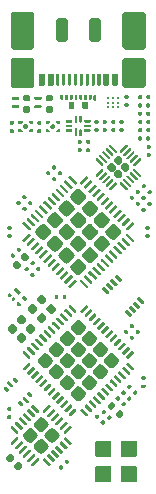
<source format=gbr>
G04 #@! TF.GenerationSoftware,KiCad,Pcbnew,5.1.9-1.fc33*
G04 #@! TF.CreationDate,2021-04-18T22:31:40+02:00*
G04 #@! TF.ProjectId,reDIP-SX,72654449-502d-4535-982e-6b696361645f,0.1*
G04 #@! TF.SameCoordinates,PX5e28010PY8011a50*
G04 #@! TF.FileFunction,Paste,Top*
G04 #@! TF.FilePolarity,Positive*
%FSLAX46Y46*%
G04 Gerber Fmt 4.6, Leading zero omitted, Abs format (unit mm)*
G04 Created by KiCad (PCBNEW 5.1.9-1.fc33) date 2021-04-18 22:31:40*
%MOMM*%
%LPD*%
G01*
G04 APERTURE LIST*
%ADD10C,0.200000*%
%ADD11C,0.100000*%
G04 APERTURE END LIST*
G36*
G01*
X13874404Y15950190D02*
X13980470Y16056256D01*
G75*
G02*
X14086536Y16056256I53033J-53033D01*
G01*
X14475444Y15667348D01*
G75*
G02*
X14475444Y15561282I-53033J-53033D01*
G01*
X14369378Y15455216D01*
G75*
G02*
X14263312Y15455216I-53033J53033D01*
G01*
X13874404Y15844124D01*
G75*
G02*
X13874404Y15950190I53033J53033D01*
G01*
G37*
G36*
G01*
X13520851Y15596637D02*
X13626917Y15702703D01*
G75*
G02*
X13732983Y15702703I53033J-53033D01*
G01*
X14121891Y15313795D01*
G75*
G02*
X14121891Y15207729I-53033J-53033D01*
G01*
X14015825Y15101663D01*
G75*
G02*
X13909759Y15101663I-53033J53033D01*
G01*
X13520851Y15490571D01*
G75*
G02*
X13520851Y15596637I53033J53033D01*
G01*
G37*
G36*
G01*
X13167297Y15243083D02*
X13273363Y15349149D01*
G75*
G02*
X13379429Y15349149I53033J-53033D01*
G01*
X13768337Y14960241D01*
G75*
G02*
X13768337Y14854175I-53033J-53033D01*
G01*
X13662271Y14748109D01*
G75*
G02*
X13556205Y14748109I-53033J53033D01*
G01*
X13167297Y15137017D01*
G75*
G02*
X13167297Y15243083I53033J53033D01*
G01*
G37*
G36*
G01*
X12813744Y14889530D02*
X12919810Y14995596D01*
G75*
G02*
X13025876Y14995596I53033J-53033D01*
G01*
X13414784Y14606688D01*
G75*
G02*
X13414784Y14500622I-53033J-53033D01*
G01*
X13308718Y14394556D01*
G75*
G02*
X13202652Y14394556I-53033J53033D01*
G01*
X12813744Y14783464D01*
G75*
G02*
X12813744Y14889530I53033J53033D01*
G01*
G37*
G36*
G01*
X10904556Y16798718D02*
X11010622Y16904784D01*
G75*
G02*
X11116688Y16904784I53033J-53033D01*
G01*
X11505596Y16515876D01*
G75*
G02*
X11505596Y16409810I-53033J-53033D01*
G01*
X11399530Y16303744D01*
G75*
G02*
X11293464Y16303744I-53033J53033D01*
G01*
X10904556Y16692652D01*
G75*
G02*
X10904556Y16798718I53033J53033D01*
G01*
G37*
G36*
G01*
X11258109Y17152271D02*
X11364175Y17258337D01*
G75*
G02*
X11470241Y17258337I53033J-53033D01*
G01*
X11859149Y16869429D01*
G75*
G02*
X11859149Y16763363I-53033J-53033D01*
G01*
X11753083Y16657297D01*
G75*
G02*
X11647017Y16657297I-53033J53033D01*
G01*
X11258109Y17046205D01*
G75*
G02*
X11258109Y17152271I53033J53033D01*
G01*
G37*
G36*
G01*
X11611663Y17505825D02*
X11717729Y17611891D01*
G75*
G02*
X11823795Y17611891I53033J-53033D01*
G01*
X12212703Y17222983D01*
G75*
G02*
X12212703Y17116917I-53033J-53033D01*
G01*
X12106637Y17010851D01*
G75*
G02*
X12000571Y17010851I-53033J53033D01*
G01*
X11611663Y17399759D01*
G75*
G02*
X11611663Y17505825I53033J53033D01*
G01*
G37*
G36*
G01*
X11965216Y17859378D02*
X12071282Y17965444D01*
G75*
G02*
X12177348Y17965444I53033J-53033D01*
G01*
X12566256Y17576536D01*
G75*
G02*
X12566256Y17470470I-53033J-53033D01*
G01*
X12460190Y17364404D01*
G75*
G02*
X12354124Y17364404I-53033J53033D01*
G01*
X11965216Y17753312D01*
G75*
G02*
X11965216Y17859378I53033J53033D01*
G01*
G37*
G36*
G01*
X6383688Y26755816D02*
X6525816Y26613688D01*
G75*
G02*
X6525816Y26501258I-56215J-56215D01*
G01*
X6413386Y26388828D01*
G75*
G02*
X6300956Y26388828I-56215J56215D01*
G01*
X6158828Y26530956D01*
G75*
G02*
X6158828Y26643386I56215J56215D01*
G01*
X6271258Y26755816D01*
G75*
G02*
X6383688Y26755816I56215J-56215D01*
G01*
G37*
G36*
G01*
X6871592Y27243720D02*
X7013720Y27101592D01*
G75*
G02*
X7013720Y26989162I-56215J-56215D01*
G01*
X6901290Y26876732D01*
G75*
G02*
X6788860Y26876732I-56215J56215D01*
G01*
X6646732Y27018860D01*
G75*
G02*
X6646732Y27131290I56215J56215D01*
G01*
X6759162Y27243720D01*
G75*
G02*
X6871592Y27243720I56215J-56215D01*
G01*
G37*
G36*
G01*
X6050000Y34922400D02*
X6050000Y34057600D01*
G75*
G02*
X5982400Y33990000I-67600J0D01*
G01*
X5597600Y33990000D01*
G75*
G02*
X5530000Y34057600I0J67600D01*
G01*
X5530000Y34922400D01*
G75*
G02*
X5597600Y34990000I67600J0D01*
G01*
X5982400Y34990000D01*
G75*
G02*
X6050000Y34922400I0J-67600D01*
G01*
G37*
G36*
G01*
X6800000Y34922400D02*
X6800000Y34057600D01*
G75*
G02*
X6732400Y33990000I-67600J0D01*
G01*
X6347600Y33990000D01*
G75*
G02*
X6280000Y34057600I0J67600D01*
G01*
X6280000Y34922400D01*
G75*
G02*
X6347600Y34990000I67600J0D01*
G01*
X6732400Y34990000D01*
G75*
G02*
X6800000Y34922400I0J-67600D01*
G01*
G37*
G36*
G01*
X11500000Y34922400D02*
X11500000Y34057600D01*
G75*
G02*
X11432400Y33990000I-67600J0D01*
G01*
X11047600Y33990000D01*
G75*
G02*
X10980000Y34057600I0J67600D01*
G01*
X10980000Y34922400D01*
G75*
G02*
X11047600Y34990000I67600J0D01*
G01*
X11432400Y34990000D01*
G75*
G02*
X11500000Y34922400I0J-67600D01*
G01*
G37*
G36*
G01*
X12250000Y34922400D02*
X12250000Y34057600D01*
G75*
G02*
X12182400Y33990000I-67600J0D01*
G01*
X11797600Y33990000D01*
G75*
G02*
X11730000Y34057600I0J67600D01*
G01*
X11730000Y34922400D01*
G75*
G02*
X11797600Y34990000I67600J0D01*
G01*
X12182400Y34990000D01*
G75*
G02*
X12250000Y34922400I0J-67600D01*
G01*
G37*
G36*
G01*
X14610000Y40040000D02*
X14610000Y37240000D01*
G75*
G02*
X14410000Y37040000I-200000J0D01*
G01*
X12810000Y37040000D01*
G75*
G02*
X12610000Y37240000I0J200000D01*
G01*
X12610000Y40040000D01*
G75*
G02*
X12810000Y40240000I200000J0D01*
G01*
X14410000Y40240000D01*
G75*
G02*
X14610000Y40040000I0J-200000D01*
G01*
G37*
G36*
G01*
X5170000Y40040000D02*
X5170000Y37240000D01*
G75*
G02*
X4970000Y37040000I-200000J0D01*
G01*
X3370000Y37040000D01*
G75*
G02*
X3170000Y37240000I0J200000D01*
G01*
X3170000Y40040000D01*
G75*
G02*
X3370000Y40240000I200000J0D01*
G01*
X4970000Y40240000D01*
G75*
G02*
X5170000Y40040000I0J-200000D01*
G01*
G37*
G36*
G01*
X14610000Y36160000D02*
X14610000Y33960000D01*
G75*
G02*
X14410000Y33760000I-200000J0D01*
G01*
X12810000Y33760000D01*
G75*
G02*
X12610000Y33960000I0J200000D01*
G01*
X12610000Y36160000D01*
G75*
G02*
X12810000Y36360000I200000J0D01*
G01*
X14410000Y36360000D01*
G75*
G02*
X14610000Y36160000I0J-200000D01*
G01*
G37*
G36*
G01*
X5170000Y36160000D02*
X5170000Y33960000D01*
G75*
G02*
X4970000Y33760000I-200000J0D01*
G01*
X3370000Y33760000D01*
G75*
G02*
X3170000Y33960000I0J200000D01*
G01*
X3170000Y36160000D01*
G75*
G02*
X3370000Y36360000I200000J0D01*
G01*
X4970000Y36360000D01*
G75*
G02*
X5170000Y36160000I0J-200000D01*
G01*
G37*
G36*
G01*
X10790000Y39490000D02*
X10790000Y37890000D01*
G75*
G02*
X10590000Y37690000I-200000J0D01*
G01*
X9990000Y37690000D01*
G75*
G02*
X9790000Y37890000I0J200000D01*
G01*
X9790000Y39490000D01*
G75*
G02*
X9990000Y39690000I200000J0D01*
G01*
X10590000Y39690000D01*
G75*
G02*
X10790000Y39490000I0J-200000D01*
G01*
G37*
G36*
G01*
X7990000Y39490000D02*
X7990000Y37890000D01*
G75*
G02*
X7790000Y37690000I-200000J0D01*
G01*
X7190000Y37690000D01*
G75*
G02*
X6990000Y37890000I0J200000D01*
G01*
X6990000Y39490000D01*
G75*
G02*
X7190000Y39690000I200000J0D01*
G01*
X7790000Y39690000D01*
G75*
G02*
X7990000Y39490000I0J-200000D01*
G01*
G37*
G36*
G01*
X12250000Y34922400D02*
X12250000Y34057600D01*
G75*
G02*
X12182400Y33990000I-67600J0D01*
G01*
X11797600Y33990000D01*
G75*
G02*
X11730000Y34057600I0J67600D01*
G01*
X11730000Y34922400D01*
G75*
G02*
X11797600Y34990000I67600J0D01*
G01*
X12182400Y34990000D01*
G75*
G02*
X12250000Y34922400I0J-67600D01*
G01*
G37*
G36*
G01*
X11500000Y34922400D02*
X11500000Y34057600D01*
G75*
G02*
X11432400Y33990000I-67600J0D01*
G01*
X11047600Y33990000D01*
G75*
G02*
X10980000Y34057600I0J67600D01*
G01*
X10980000Y34922400D01*
G75*
G02*
X11047600Y34990000I67600J0D01*
G01*
X11432400Y34990000D01*
G75*
G02*
X11500000Y34922400I0J-67600D01*
G01*
G37*
G36*
G01*
X6050000Y34922400D02*
X6050000Y34057600D01*
G75*
G02*
X5982400Y33990000I-67600J0D01*
G01*
X5597600Y33990000D01*
G75*
G02*
X5530000Y34057600I0J67600D01*
G01*
X5530000Y34922400D01*
G75*
G02*
X5597600Y34990000I67600J0D01*
G01*
X5982400Y34990000D01*
G75*
G02*
X6050000Y34922400I0J-67600D01*
G01*
G37*
G36*
G01*
X6800000Y34922400D02*
X6800000Y34057600D01*
G75*
G02*
X6732400Y33990000I-67600J0D01*
G01*
X6347600Y33990000D01*
G75*
G02*
X6280000Y34057600I0J67600D01*
G01*
X6280000Y34922400D01*
G75*
G02*
X6347600Y34990000I67600J0D01*
G01*
X6732400Y34990000D01*
G75*
G02*
X6800000Y34922400I0J-67600D01*
G01*
G37*
G36*
G01*
X10775000Y34922500D02*
X10775000Y34057500D01*
G75*
G02*
X10707500Y33990000I-67500J0D01*
G01*
X10572500Y33990000D01*
G75*
G02*
X10505000Y34057500I0J67500D01*
G01*
X10505000Y34922500D01*
G75*
G02*
X10572500Y34990000I67500J0D01*
G01*
X10707500Y34990000D01*
G75*
G02*
X10775000Y34922500I0J-67500D01*
G01*
G37*
G36*
G01*
X10275000Y34922500D02*
X10275000Y34057500D01*
G75*
G02*
X10207500Y33990000I-67500J0D01*
G01*
X10072500Y33990000D01*
G75*
G02*
X10005000Y34057500I0J67500D01*
G01*
X10005000Y34922500D01*
G75*
G02*
X10072500Y34990000I67500J0D01*
G01*
X10207500Y34990000D01*
G75*
G02*
X10275000Y34922500I0J-67500D01*
G01*
G37*
G36*
G01*
X9775000Y34922500D02*
X9775000Y34057500D01*
G75*
G02*
X9707500Y33990000I-67500J0D01*
G01*
X9572500Y33990000D01*
G75*
G02*
X9505000Y34057500I0J67500D01*
G01*
X9505000Y34922500D01*
G75*
G02*
X9572500Y34990000I67500J0D01*
G01*
X9707500Y34990000D01*
G75*
G02*
X9775000Y34922500I0J-67500D01*
G01*
G37*
G36*
G01*
X9275000Y34922500D02*
X9275000Y34057500D01*
G75*
G02*
X9207500Y33990000I-67500J0D01*
G01*
X9072500Y33990000D01*
G75*
G02*
X9005000Y34057500I0J67500D01*
G01*
X9005000Y34922500D01*
G75*
G02*
X9072500Y34990000I67500J0D01*
G01*
X9207500Y34990000D01*
G75*
G02*
X9275000Y34922500I0J-67500D01*
G01*
G37*
G36*
G01*
X8775000Y34922500D02*
X8775000Y34057500D01*
G75*
G02*
X8707500Y33990000I-67500J0D01*
G01*
X8572500Y33990000D01*
G75*
G02*
X8505000Y34057500I0J67500D01*
G01*
X8505000Y34922500D01*
G75*
G02*
X8572500Y34990000I67500J0D01*
G01*
X8707500Y34990000D01*
G75*
G02*
X8775000Y34922500I0J-67500D01*
G01*
G37*
G36*
G01*
X8275000Y34922500D02*
X8275000Y34057500D01*
G75*
G02*
X8207500Y33990000I-67500J0D01*
G01*
X8072500Y33990000D01*
G75*
G02*
X8005000Y34057500I0J67500D01*
G01*
X8005000Y34922500D01*
G75*
G02*
X8072500Y34990000I67500J0D01*
G01*
X8207500Y34990000D01*
G75*
G02*
X8275000Y34922500I0J-67500D01*
G01*
G37*
G36*
G01*
X7775000Y34922500D02*
X7775000Y34057500D01*
G75*
G02*
X7707500Y33990000I-67500J0D01*
G01*
X7572500Y33990000D01*
G75*
G02*
X7505000Y34057500I0J67500D01*
G01*
X7505000Y34922500D01*
G75*
G02*
X7572500Y34990000I67500J0D01*
G01*
X7707500Y34990000D01*
G75*
G02*
X7775000Y34922500I0J-67500D01*
G01*
G37*
G36*
G01*
X7275000Y34922500D02*
X7275000Y34057500D01*
G75*
G02*
X7207500Y33990000I-67500J0D01*
G01*
X7072500Y33990000D01*
G75*
G02*
X7005000Y34057500I0J67500D01*
G01*
X7005000Y34922500D01*
G75*
G02*
X7072500Y34990000I67500J0D01*
G01*
X7207500Y34990000D01*
G75*
G02*
X7275000Y34922500I0J-67500D01*
G01*
G37*
G36*
G01*
X3809549Y16278318D02*
X3438318Y16649549D01*
G75*
G02*
X3438318Y16702583I26517J26517D01*
G01*
X3597417Y16861682D01*
G75*
G02*
X3650451Y16861682I26517J-26517D01*
G01*
X4021682Y16490451D01*
G75*
G02*
X4021682Y16437417I-26517J-26517D01*
G01*
X3862583Y16278318D01*
G75*
G02*
X3809549Y16278318I-26517J26517D01*
G01*
G37*
G36*
G01*
X3341092Y15756828D02*
X3235026Y15862894D01*
G75*
G02*
X3235026Y15933604I35355J35355D01*
G01*
X3376448Y16075026D01*
G75*
G02*
X3447158Y16075026I35355J-35355D01*
G01*
X3553224Y15968960D01*
G75*
G02*
X3553224Y15898250I-35355J-35355D01*
G01*
X3411802Y15756828D01*
G75*
G02*
X3341092Y15756828I-35355J35355D01*
G01*
G37*
G36*
G01*
X3022894Y16075026D02*
X2916828Y16181092D01*
G75*
G02*
X2916828Y16251802I35355J35355D01*
G01*
X3058250Y16393224D01*
G75*
G02*
X3128960Y16393224I35355J-35355D01*
G01*
X3235026Y16287158D01*
G75*
G02*
X3235026Y16216448I-35355J-35355D01*
G01*
X3093604Y16075026D01*
G75*
G02*
X3022894Y16075026I-35355J35355D01*
G01*
G37*
G36*
G01*
X3004469Y8160436D02*
X2889564Y8045531D01*
G75*
G02*
X2774660Y8045531I-57452J57452D01*
G01*
X2571367Y8248824D01*
G75*
G02*
X2571367Y8363728I57452J57452D01*
G01*
X2686272Y8478633D01*
G75*
G02*
X2801176Y8478633I57452J-57452D01*
G01*
X3004469Y8275340D01*
G75*
G02*
X3004469Y8160436I-57452J-57452D01*
G01*
G37*
G36*
G01*
X3764609Y8920576D02*
X3649704Y8805671D01*
G75*
G02*
X3534800Y8805671I-57452J57452D01*
G01*
X3331507Y9008964D01*
G75*
G02*
X3331507Y9123868I57452J57452D01*
G01*
X3446412Y9238773D01*
G75*
G02*
X3561316Y9238773I57452J-57452D01*
G01*
X3764609Y9035480D01*
G75*
G02*
X3764609Y8920576I-57452J-57452D01*
G01*
G37*
G36*
G01*
X4679429Y7219099D02*
X4591041Y7130711D01*
G75*
G02*
X4502653Y7130711I-44194J44194D01*
G01*
X4166777Y7466587D01*
G75*
G02*
X4166777Y7554975I44194J44194D01*
G01*
X4255165Y7643363D01*
G75*
G02*
X4343553Y7643363I44194J-44194D01*
G01*
X4679429Y7307487D01*
G75*
G02*
X4679429Y7219099I-44194J-44194D01*
G01*
G37*
G36*
G01*
X3371281Y8527247D02*
X3282893Y8438859D01*
G75*
G02*
X3194505Y8438859I-44194J44194D01*
G01*
X2858629Y8774735D01*
G75*
G02*
X2858629Y8863123I44194J44194D01*
G01*
X2947017Y8951511D01*
G75*
G02*
X3035405Y8951511I44194J-44194D01*
G01*
X3371281Y8615635D01*
G75*
G02*
X3371281Y8527247I-44194J-44194D01*
G01*
G37*
G36*
G01*
X4966691Y7718494D02*
X4851786Y7603589D01*
G75*
G02*
X4736882Y7603589I-57452J57452D01*
G01*
X4533589Y7806882D01*
G75*
G02*
X4533589Y7921786I57452J57452D01*
G01*
X4648494Y8036691D01*
G75*
G02*
X4763398Y8036691I57452J-57452D01*
G01*
X4966691Y7833398D01*
G75*
G02*
X4966691Y7718494I-57452J-57452D01*
G01*
G37*
G36*
G01*
X4206551Y6958354D02*
X4091646Y6843449D01*
G75*
G02*
X3976742Y6843449I-57452J57452D01*
G01*
X3773449Y7046742D01*
G75*
G02*
X3773449Y7161646I57452J57452D01*
G01*
X3888354Y7276551D01*
G75*
G02*
X4003258Y7276551I57452J-57452D01*
G01*
X4206551Y7073258D01*
G75*
G02*
X4206551Y6958354I-57452J-57452D01*
G01*
G37*
G36*
G01*
X8336750Y30059000D02*
X7886250Y30059000D01*
G75*
G02*
X7830000Y30115250I0J56250D01*
G01*
X7830000Y30227750D01*
G75*
G02*
X7886250Y30284000I56250J0D01*
G01*
X8336750Y30284000D01*
G75*
G02*
X8393000Y30227750I0J-56250D01*
G01*
X8393000Y30115250D01*
G75*
G02*
X8336750Y30059000I-56250J0D01*
G01*
G37*
G36*
G01*
X8336750Y30459000D02*
X7886250Y30459000D01*
G75*
G02*
X7830000Y30515250I0J56250D01*
G01*
X7830000Y30627750D01*
G75*
G02*
X7886250Y30684000I56250J0D01*
G01*
X8336750Y30684000D01*
G75*
G02*
X8393000Y30627750I0J-56250D01*
G01*
X8393000Y30515250D01*
G75*
G02*
X8336750Y30459000I-56250J0D01*
G01*
G37*
G36*
G01*
X8336750Y30859000D02*
X7886250Y30859000D01*
G75*
G02*
X7830000Y30915250I0J56250D01*
G01*
X7830000Y31027750D01*
G75*
G02*
X7886250Y31084000I56250J0D01*
G01*
X8336750Y31084000D01*
G75*
G02*
X8393000Y31027750I0J-56250D01*
G01*
X8393000Y30915250D01*
G75*
G02*
X8336750Y30859000I-56250J0D01*
G01*
G37*
G36*
G01*
X8792500Y31365250D02*
X8792500Y30914750D01*
G75*
G02*
X8736250Y30858500I-56250J0D01*
G01*
X8623750Y30858500D01*
G75*
G02*
X8567500Y30914750I0J56250D01*
G01*
X8567500Y31365250D01*
G75*
G02*
X8623750Y31421500I56250J0D01*
G01*
X8736250Y31421500D01*
G75*
G02*
X8792500Y31365250I0J-56250D01*
G01*
G37*
G36*
G01*
X9192500Y31365250D02*
X9192500Y30914750D01*
G75*
G02*
X9136250Y30858500I-56250J0D01*
G01*
X9023750Y30858500D01*
G75*
G02*
X8967500Y30914750I0J56250D01*
G01*
X8967500Y31365250D01*
G75*
G02*
X9023750Y31421500I56250J0D01*
G01*
X9136250Y31421500D01*
G75*
G02*
X9192500Y31365250I0J-56250D01*
G01*
G37*
G36*
G01*
X9873750Y30859000D02*
X9423250Y30859000D01*
G75*
G02*
X9367000Y30915250I0J56250D01*
G01*
X9367000Y31027750D01*
G75*
G02*
X9423250Y31084000I56250J0D01*
G01*
X9873750Y31084000D01*
G75*
G02*
X9930000Y31027750I0J-56250D01*
G01*
X9930000Y30915250D01*
G75*
G02*
X9873750Y30859000I-56250J0D01*
G01*
G37*
G36*
G01*
X9873750Y30459000D02*
X9423250Y30459000D01*
G75*
G02*
X9367000Y30515250I0J56250D01*
G01*
X9367000Y30627750D01*
G75*
G02*
X9423250Y30684000I56250J0D01*
G01*
X9873750Y30684000D01*
G75*
G02*
X9930000Y30627750I0J-56250D01*
G01*
X9930000Y30515250D01*
G75*
G02*
X9873750Y30459000I-56250J0D01*
G01*
G37*
G36*
G01*
X9873750Y30059000D02*
X9423250Y30059000D01*
G75*
G02*
X9367000Y30115250I0J56250D01*
G01*
X9367000Y30227750D01*
G75*
G02*
X9423250Y30284000I56250J0D01*
G01*
X9873750Y30284000D01*
G75*
G02*
X9930000Y30227750I0J-56250D01*
G01*
X9930000Y30115250D01*
G75*
G02*
X9873750Y30059000I-56250J0D01*
G01*
G37*
G36*
G01*
X9192500Y30228250D02*
X9192500Y29777750D01*
G75*
G02*
X9136250Y29721500I-56250J0D01*
G01*
X9023750Y29721500D01*
G75*
G02*
X8967500Y29777750I0J56250D01*
G01*
X8967500Y30228250D01*
G75*
G02*
X9023750Y30284500I56250J0D01*
G01*
X9136250Y30284500D01*
G75*
G02*
X9192500Y30228250I0J-56250D01*
G01*
G37*
G36*
G01*
X8792500Y30328250D02*
X8792500Y29777750D01*
G75*
G02*
X8736250Y29721500I-56250J0D01*
G01*
X8623750Y29721500D01*
G75*
G02*
X8567500Y29777750I0J56250D01*
G01*
X8567500Y30328250D01*
G75*
G02*
X8623750Y30384500I56250J0D01*
G01*
X8736250Y30384500D01*
G75*
G02*
X8792500Y30328250I0J-56250D01*
G01*
G37*
G36*
G01*
X10415000Y33140000D02*
X10415000Y32740000D01*
G75*
G02*
X10365000Y32690000I-50000J0D01*
G01*
X10215000Y32690000D01*
G75*
G02*
X10165000Y32740000I0J50000D01*
G01*
X10165000Y33140000D01*
G75*
G02*
X10215000Y33190000I50000J0D01*
G01*
X10365000Y33190000D01*
G75*
G02*
X10415000Y33140000I0J-50000D01*
G01*
G37*
G36*
G01*
X8015000Y33140000D02*
X8015000Y32840000D01*
G75*
G02*
X7965000Y32790000I-50000J0D01*
G01*
X7815000Y32790000D01*
G75*
G02*
X7765000Y32840000I0J50000D01*
G01*
X7765000Y33140000D01*
G75*
G02*
X7815000Y33190000I50000J0D01*
G01*
X7965000Y33190000D01*
G75*
G02*
X8015000Y33140000I0J-50000D01*
G01*
G37*
G36*
G01*
X10015000Y33140000D02*
X10015000Y32840000D01*
G75*
G02*
X9965000Y32790000I-50000J0D01*
G01*
X9815000Y32790000D01*
G75*
G02*
X9765000Y32840000I0J50000D01*
G01*
X9765000Y33140000D01*
G75*
G02*
X9815000Y33190000I50000J0D01*
G01*
X9965000Y33190000D01*
G75*
G02*
X10015000Y33140000I0J-50000D01*
G01*
G37*
G36*
G01*
X8415000Y33140000D02*
X8415000Y32840000D01*
G75*
G02*
X8365000Y32790000I-50000J0D01*
G01*
X8215000Y32790000D01*
G75*
G02*
X8165000Y32840000I0J50000D01*
G01*
X8165000Y33140000D01*
G75*
G02*
X8215000Y33190000I50000J0D01*
G01*
X8365000Y33190000D01*
G75*
G02*
X8415000Y33140000I0J-50000D01*
G01*
G37*
G36*
G01*
X9615000Y33140000D02*
X9615000Y32840000D01*
G75*
G02*
X9565000Y32790000I-50000J0D01*
G01*
X9415000Y32790000D01*
G75*
G02*
X9365000Y32840000I0J50000D01*
G01*
X9365000Y33140000D01*
G75*
G02*
X9415000Y33190000I50000J0D01*
G01*
X9565000Y33190000D01*
G75*
G02*
X9615000Y33140000I0J-50000D01*
G01*
G37*
G36*
G01*
X8815000Y33140000D02*
X8815000Y32840000D01*
G75*
G02*
X8765000Y32790000I-50000J0D01*
G01*
X8615000Y32790000D01*
G75*
G02*
X8565000Y32840000I0J50000D01*
G01*
X8565000Y33140000D01*
G75*
G02*
X8615000Y33190000I50000J0D01*
G01*
X8765000Y33190000D01*
G75*
G02*
X8815000Y33140000I0J-50000D01*
G01*
G37*
G36*
G01*
X9215000Y33140000D02*
X9215000Y32840000D01*
G75*
G02*
X9165000Y32790000I-50000J0D01*
G01*
X9015000Y32790000D01*
G75*
G02*
X8965000Y32840000I0J50000D01*
G01*
X8965000Y33140000D01*
G75*
G02*
X9015000Y33190000I50000J0D01*
G01*
X9165000Y33190000D01*
G75*
G02*
X9215000Y33140000I0J-50000D01*
G01*
G37*
G36*
G01*
X7615000Y33140000D02*
X7615000Y32840000D01*
G75*
G02*
X7565000Y32790000I-50000J0D01*
G01*
X7415000Y32790000D01*
G75*
G02*
X7365000Y32840000I0J50000D01*
G01*
X7365000Y33140000D01*
G75*
G02*
X7415000Y33190000I50000J0D01*
G01*
X7565000Y33190000D01*
G75*
G02*
X7615000Y33140000I0J-50000D01*
G01*
G37*
G36*
G01*
X9720000Y32540000D02*
X9720000Y32090000D01*
G75*
G02*
X9620000Y31990000I-100000J0D01*
G01*
X9320000Y31990000D01*
G75*
G02*
X9220000Y32090000I0J100000D01*
G01*
X9220000Y32540000D01*
G75*
G02*
X9320000Y32640000I100000J0D01*
G01*
X9620000Y32640000D01*
G75*
G02*
X9720000Y32540000I0J-100000D01*
G01*
G37*
G36*
G01*
X8560000Y32540000D02*
X8560000Y32090000D01*
G75*
G02*
X8460000Y31990000I-100000J0D01*
G01*
X8160000Y31990000D01*
G75*
G02*
X8060000Y32090000I0J100000D01*
G01*
X8060000Y32540000D01*
G75*
G02*
X8160000Y32640000I100000J0D01*
G01*
X8460000Y32640000D01*
G75*
G02*
X8560000Y32540000I0J-100000D01*
G01*
G37*
G36*
G01*
X10335000Y2622500D02*
X10335000Y3837500D01*
G75*
G02*
X10402500Y3905000I67500J0D01*
G01*
X11617500Y3905000D01*
G75*
G02*
X11685000Y3837500I0J-67500D01*
G01*
X11685000Y2622500D01*
G75*
G02*
X11617500Y2555000I-67500J0D01*
G01*
X10402500Y2555000D01*
G75*
G02*
X10335000Y2622500I0J67500D01*
G01*
G37*
G36*
G01*
X12485000Y2622500D02*
X12485000Y3837500D01*
G75*
G02*
X12552500Y3905000I67500J0D01*
G01*
X13767500Y3905000D01*
G75*
G02*
X13835000Y3837500I0J-67500D01*
G01*
X13835000Y2622500D01*
G75*
G02*
X13767500Y2555000I-67500J0D01*
G01*
X12552500Y2555000D01*
G75*
G02*
X12485000Y2622500I0J67500D01*
G01*
G37*
G36*
G01*
X12485000Y472500D02*
X12485000Y1687500D01*
G75*
G02*
X12552500Y1755000I67500J0D01*
G01*
X13767500Y1755000D01*
G75*
G02*
X13835000Y1687500I0J-67500D01*
G01*
X13835000Y472500D01*
G75*
G02*
X13767500Y405000I-67500J0D01*
G01*
X12552500Y405000D01*
G75*
G02*
X12485000Y472500I0J67500D01*
G01*
G37*
G36*
G01*
X10335000Y472500D02*
X10335000Y1687500D01*
G75*
G02*
X10402500Y1755000I67500J0D01*
G01*
X11617500Y1755000D01*
G75*
G02*
X11685000Y1687500I0J-67500D01*
G01*
X11685000Y472500D01*
G75*
G02*
X11617500Y405000I-67500J0D01*
G01*
X10402500Y405000D01*
G75*
G02*
X10335000Y472500I0J67500D01*
G01*
G37*
D10*
X12240000Y32940000D03*
X11840000Y32940000D03*
X11440000Y32940000D03*
X12240000Y32540000D03*
X11840000Y32540000D03*
X11440000Y32540000D03*
X12240000Y32140000D03*
X11840000Y32140000D03*
X11440000Y32140000D03*
G36*
G01*
X6676260Y30305040D02*
X6515040Y30466260D01*
G75*
G02*
X6515040Y30573740I53740J53740D01*
G01*
X6676260Y30734960D01*
G75*
G02*
X6783740Y30734960I53740J-53740D01*
G01*
X6944960Y30573740D01*
G75*
G02*
X6944960Y30466260I-53740J-53740D01*
G01*
X6783740Y30305040D01*
G75*
G02*
X6676260Y30305040I-53740J53740D01*
G01*
G37*
D11*
G36*
X7130000Y30720000D02*
G01*
X6980000Y30870000D01*
X6980000Y30970000D01*
X7330000Y30970000D01*
X7330000Y30720000D01*
X7130000Y30720000D01*
G37*
G36*
X7130000Y30320000D02*
G01*
X7330000Y30320000D01*
X7330000Y30070000D01*
X6980000Y30070000D01*
X6980000Y30170000D01*
X7130000Y30320000D01*
G37*
G36*
X6330000Y30720000D02*
G01*
X6130000Y30720000D01*
X6130000Y30970000D01*
X6480000Y30970000D01*
X6480000Y30870000D01*
X6330000Y30720000D01*
G37*
G36*
X6330000Y30320000D02*
G01*
X6480000Y30170000D01*
X6480000Y30070000D01*
X6130000Y30070000D01*
X6130000Y30320000D01*
X6330000Y30320000D01*
G37*
G36*
G01*
X7282586Y26380458D02*
X7140458Y26522586D01*
G75*
G02*
X7140458Y26635016I56215J56215D01*
G01*
X7252888Y26747446D01*
G75*
G02*
X7365318Y26747446I56215J-56215D01*
G01*
X7507446Y26605318D01*
G75*
G02*
X7507446Y26492888I-56215J-56215D01*
G01*
X7395016Y26380458D01*
G75*
G02*
X7282586Y26380458I-56215J56215D01*
G01*
G37*
G36*
G01*
X6794682Y25892554D02*
X6652554Y26034682D01*
G75*
G02*
X6652554Y26147112I56215J56215D01*
G01*
X6764984Y26259542D01*
G75*
G02*
X6877414Y26259542I56215J-56215D01*
G01*
X7019542Y26117414D01*
G75*
G02*
X7019542Y26004984I-56215J-56215D01*
G01*
X6907112Y25892554D01*
G75*
G02*
X6794682Y25892554I-56215J56215D01*
G01*
G37*
G36*
G01*
X4366260Y30305040D02*
X4205040Y30466260D01*
G75*
G02*
X4205040Y30573740I53740J53740D01*
G01*
X4366260Y30734960D01*
G75*
G02*
X4473740Y30734960I53740J-53740D01*
G01*
X4634960Y30573740D01*
G75*
G02*
X4634960Y30466260I-53740J-53740D01*
G01*
X4473740Y30305040D01*
G75*
G02*
X4366260Y30305040I-53740J53740D01*
G01*
G37*
G36*
X4820000Y30720000D02*
G01*
X4670000Y30870000D01*
X4670000Y30970000D01*
X5020000Y30970000D01*
X5020000Y30720000D01*
X4820000Y30720000D01*
G37*
G36*
X4820000Y30320000D02*
G01*
X5020000Y30320000D01*
X5020000Y30070000D01*
X4670000Y30070000D01*
X4670000Y30170000D01*
X4820000Y30320000D01*
G37*
G36*
X4020000Y30720000D02*
G01*
X3820000Y30720000D01*
X3820000Y30970000D01*
X4170000Y30970000D01*
X4170000Y30870000D01*
X4020000Y30720000D01*
G37*
G36*
X4020000Y30320000D02*
G01*
X4170000Y30170000D01*
X4170000Y30070000D01*
X3820000Y30070000D01*
X3820000Y30320000D01*
X4020000Y30320000D01*
G37*
G36*
G01*
X6096929Y22212254D02*
X6542406Y21766777D01*
G75*
G02*
X6542406Y21413223I-176777J-176777D01*
G01*
X6096929Y20967746D01*
G75*
G02*
X5743375Y20967746I-176777J176777D01*
G01*
X5297898Y21413223D01*
G75*
G02*
X5297898Y21766777I176777J176777D01*
G01*
X5743375Y22212254D01*
G75*
G02*
X6096929Y22212254I176777J-176777D01*
G01*
G37*
G36*
G01*
X7086878Y21222305D02*
X7532355Y20776828D01*
G75*
G02*
X7532355Y20423274I-176777J-176777D01*
G01*
X7086878Y19977797D01*
G75*
G02*
X6733324Y19977797I-176777J176777D01*
G01*
X6287847Y20423274D01*
G75*
G02*
X6287847Y20776828I176777J176777D01*
G01*
X6733324Y21222305D01*
G75*
G02*
X7086878Y21222305I176777J-176777D01*
G01*
G37*
G36*
G01*
X8076828Y20232355D02*
X8522305Y19786878D01*
G75*
G02*
X8522305Y19433324I-176777J-176777D01*
G01*
X8076828Y18987847D01*
G75*
G02*
X7723274Y18987847I-176777J176777D01*
G01*
X7277797Y19433324D01*
G75*
G02*
X7277797Y19786878I176777J176777D01*
G01*
X7723274Y20232355D01*
G75*
G02*
X8076828Y20232355I176777J-176777D01*
G01*
G37*
G36*
G01*
X9066777Y19242406D02*
X9512254Y18796929D01*
G75*
G02*
X9512254Y18443375I-176777J-176777D01*
G01*
X9066777Y17997898D01*
G75*
G02*
X8713223Y17997898I-176777J176777D01*
G01*
X8267746Y18443375D01*
G75*
G02*
X8267746Y18796929I176777J176777D01*
G01*
X8713223Y19242406D01*
G75*
G02*
X9066777Y19242406I176777J-176777D01*
G01*
G37*
G36*
G01*
X7086878Y23202203D02*
X7532355Y22756726D01*
G75*
G02*
X7532355Y22403172I-176777J-176777D01*
G01*
X7086878Y21957695D01*
G75*
G02*
X6733324Y21957695I-176777J176777D01*
G01*
X6287847Y22403172D01*
G75*
G02*
X6287847Y22756726I176777J176777D01*
G01*
X6733324Y23202203D01*
G75*
G02*
X7086878Y23202203I176777J-176777D01*
G01*
G37*
G36*
G01*
X8076828Y22212254D02*
X8522305Y21766777D01*
G75*
G02*
X8522305Y21413223I-176777J-176777D01*
G01*
X8076828Y20967746D01*
G75*
G02*
X7723274Y20967746I-176777J176777D01*
G01*
X7277797Y21413223D01*
G75*
G02*
X7277797Y21766777I176777J176777D01*
G01*
X7723274Y22212254D01*
G75*
G02*
X8076828Y22212254I176777J-176777D01*
G01*
G37*
G36*
G01*
X9066777Y21222305D02*
X9512254Y20776828D01*
G75*
G02*
X9512254Y20423274I-176777J-176777D01*
G01*
X9066777Y19977797D01*
G75*
G02*
X8713223Y19977797I-176777J176777D01*
G01*
X8267746Y20423274D01*
G75*
G02*
X8267746Y20776828I176777J176777D01*
G01*
X8713223Y21222305D01*
G75*
G02*
X9066777Y21222305I176777J-176777D01*
G01*
G37*
G36*
G01*
X10056726Y20232355D02*
X10502203Y19786878D01*
G75*
G02*
X10502203Y19433324I-176777J-176777D01*
G01*
X10056726Y18987847D01*
G75*
G02*
X9703172Y18987847I-176777J176777D01*
G01*
X9257695Y19433324D01*
G75*
G02*
X9257695Y19786878I176777J176777D01*
G01*
X9703172Y20232355D01*
G75*
G02*
X10056726Y20232355I176777J-176777D01*
G01*
G37*
G36*
G01*
X8076828Y24192153D02*
X8522305Y23746676D01*
G75*
G02*
X8522305Y23393122I-176777J-176777D01*
G01*
X8076828Y22947645D01*
G75*
G02*
X7723274Y22947645I-176777J176777D01*
G01*
X7277797Y23393122D01*
G75*
G02*
X7277797Y23746676I176777J176777D01*
G01*
X7723274Y24192153D01*
G75*
G02*
X8076828Y24192153I176777J-176777D01*
G01*
G37*
G36*
G01*
X9066777Y23202203D02*
X9512254Y22756726D01*
G75*
G02*
X9512254Y22403172I-176777J-176777D01*
G01*
X9066777Y21957695D01*
G75*
G02*
X8713223Y21957695I-176777J176777D01*
G01*
X8267746Y22403172D01*
G75*
G02*
X8267746Y22756726I176777J176777D01*
G01*
X8713223Y23202203D01*
G75*
G02*
X9066777Y23202203I176777J-176777D01*
G01*
G37*
G36*
G01*
X10056726Y22212254D02*
X10502203Y21766777D01*
G75*
G02*
X10502203Y21413223I-176777J-176777D01*
G01*
X10056726Y20967746D01*
G75*
G02*
X9703172Y20967746I-176777J176777D01*
G01*
X9257695Y21413223D01*
G75*
G02*
X9257695Y21766777I176777J176777D01*
G01*
X9703172Y22212254D01*
G75*
G02*
X10056726Y22212254I176777J-176777D01*
G01*
G37*
G36*
G01*
X11046676Y21222305D02*
X11492153Y20776828D01*
G75*
G02*
X11492153Y20423274I-176777J-176777D01*
G01*
X11046676Y19977797D01*
G75*
G02*
X10693122Y19977797I-176777J176777D01*
G01*
X10247645Y20423274D01*
G75*
G02*
X10247645Y20776828I176777J176777D01*
G01*
X10693122Y21222305D01*
G75*
G02*
X11046676Y21222305I176777J-176777D01*
G01*
G37*
G36*
G01*
X9066777Y25182102D02*
X9512254Y24736625D01*
G75*
G02*
X9512254Y24383071I-176777J-176777D01*
G01*
X9066777Y23937594D01*
G75*
G02*
X8713223Y23937594I-176777J176777D01*
G01*
X8267746Y24383071D01*
G75*
G02*
X8267746Y24736625I176777J176777D01*
G01*
X8713223Y25182102D01*
G75*
G02*
X9066777Y25182102I176777J-176777D01*
G01*
G37*
G36*
G01*
X10056726Y24192153D02*
X10502203Y23746676D01*
G75*
G02*
X10502203Y23393122I-176777J-176777D01*
G01*
X10056726Y22947645D01*
G75*
G02*
X9703172Y22947645I-176777J176777D01*
G01*
X9257695Y23393122D01*
G75*
G02*
X9257695Y23746676I176777J176777D01*
G01*
X9703172Y24192153D01*
G75*
G02*
X10056726Y24192153I176777J-176777D01*
G01*
G37*
G36*
G01*
X11046676Y23202203D02*
X11492153Y22756726D01*
G75*
G02*
X11492153Y22403172I-176777J-176777D01*
G01*
X11046676Y21957695D01*
G75*
G02*
X10693122Y21957695I-176777J176777D01*
G01*
X10247645Y22403172D01*
G75*
G02*
X10247645Y22756726I176777J176777D01*
G01*
X10693122Y23202203D01*
G75*
G02*
X11046676Y23202203I176777J-176777D01*
G01*
G37*
G36*
G01*
X12036625Y22212254D02*
X12482102Y21766777D01*
G75*
G02*
X12482102Y21413223I-176777J-176777D01*
G01*
X12036625Y20967746D01*
G75*
G02*
X11683071Y20967746I-176777J176777D01*
G01*
X11237594Y21413223D01*
G75*
G02*
X11237594Y21766777I176777J176777D01*
G01*
X11683071Y22212254D01*
G75*
G02*
X12036625Y22212254I176777J-176777D01*
G01*
G37*
G36*
G01*
X13088446Y21457417D02*
X13618776Y20927087D01*
G75*
G02*
X13618776Y20838699I-44194J-44194D01*
G01*
X13530388Y20750311D01*
G75*
G02*
X13442000Y20750311I-44194J44194D01*
G01*
X12911670Y21280641D01*
G75*
G02*
X12911670Y21369029I44194J44194D01*
G01*
X13000058Y21457417D01*
G75*
G02*
X13088446Y21457417I44194J-44194D01*
G01*
G37*
G36*
G01*
X12734893Y21103864D02*
X13265223Y20573534D01*
G75*
G02*
X13265223Y20485146I-44194J-44194D01*
G01*
X13176835Y20396758D01*
G75*
G02*
X13088447Y20396758I-44194J44194D01*
G01*
X12558117Y20927088D01*
G75*
G02*
X12558117Y21015476I44194J44194D01*
G01*
X12646505Y21103864D01*
G75*
G02*
X12734893Y21103864I44194J-44194D01*
G01*
G37*
G36*
G01*
X12381339Y20750310D02*
X12911669Y20219980D01*
G75*
G02*
X12911669Y20131592I-44194J-44194D01*
G01*
X12823281Y20043204D01*
G75*
G02*
X12734893Y20043204I-44194J44194D01*
G01*
X12204563Y20573534D01*
G75*
G02*
X12204563Y20661922I44194J44194D01*
G01*
X12292951Y20750310D01*
G75*
G02*
X12381339Y20750310I44194J-44194D01*
G01*
G37*
G36*
G01*
X12027786Y20396757D02*
X12558116Y19866427D01*
G75*
G02*
X12558116Y19778039I-44194J-44194D01*
G01*
X12469728Y19689651D01*
G75*
G02*
X12381340Y19689651I-44194J44194D01*
G01*
X11851010Y20219981D01*
G75*
G02*
X11851010Y20308369I44194J44194D01*
G01*
X11939398Y20396757D01*
G75*
G02*
X12027786Y20396757I44194J-44194D01*
G01*
G37*
G36*
G01*
X11674233Y20043204D02*
X12204563Y19512874D01*
G75*
G02*
X12204563Y19424486I-44194J-44194D01*
G01*
X12116175Y19336098D01*
G75*
G02*
X12027787Y19336098I-44194J44194D01*
G01*
X11497457Y19866428D01*
G75*
G02*
X11497457Y19954816I44194J44194D01*
G01*
X11585845Y20043204D01*
G75*
G02*
X11674233Y20043204I44194J-44194D01*
G01*
G37*
G36*
G01*
X11320679Y19689650D02*
X11851009Y19159320D01*
G75*
G02*
X11851009Y19070932I-44194J-44194D01*
G01*
X11762621Y18982544D01*
G75*
G02*
X11674233Y18982544I-44194J44194D01*
G01*
X11143903Y19512874D01*
G75*
G02*
X11143903Y19601262I44194J44194D01*
G01*
X11232291Y19689650D01*
G75*
G02*
X11320679Y19689650I44194J-44194D01*
G01*
G37*
G36*
G01*
X10967126Y19336097D02*
X11497456Y18805767D01*
G75*
G02*
X11497456Y18717379I-44194J-44194D01*
G01*
X11409068Y18628991D01*
G75*
G02*
X11320680Y18628991I-44194J44194D01*
G01*
X10790350Y19159321D01*
G75*
G02*
X10790350Y19247709I44194J44194D01*
G01*
X10878738Y19336097D01*
G75*
G02*
X10967126Y19336097I44194J-44194D01*
G01*
G37*
G36*
G01*
X10613572Y18982543D02*
X11143902Y18452213D01*
G75*
G02*
X11143902Y18363825I-44194J-44194D01*
G01*
X11055514Y18275437D01*
G75*
G02*
X10967126Y18275437I-44194J44194D01*
G01*
X10436796Y18805767D01*
G75*
G02*
X10436796Y18894155I44194J44194D01*
G01*
X10525184Y18982543D01*
G75*
G02*
X10613572Y18982543I44194J-44194D01*
G01*
G37*
G36*
G01*
X10260019Y18628990D02*
X10790349Y18098660D01*
G75*
G02*
X10790349Y18010272I-44194J-44194D01*
G01*
X10701961Y17921884D01*
G75*
G02*
X10613573Y17921884I-44194J44194D01*
G01*
X10083243Y18452214D01*
G75*
G02*
X10083243Y18540602I44194J44194D01*
G01*
X10171631Y18628990D01*
G75*
G02*
X10260019Y18628990I44194J-44194D01*
G01*
G37*
G36*
G01*
X9906466Y18275437D02*
X10436796Y17745107D01*
G75*
G02*
X10436796Y17656719I-44194J-44194D01*
G01*
X10348408Y17568331D01*
G75*
G02*
X10260020Y17568331I-44194J44194D01*
G01*
X9729690Y18098661D01*
G75*
G02*
X9729690Y18187049I44194J44194D01*
G01*
X9818078Y18275437D01*
G75*
G02*
X9906466Y18275437I44194J-44194D01*
G01*
G37*
G36*
G01*
X9552912Y17921883D02*
X10083242Y17391553D01*
G75*
G02*
X10083242Y17303165I-44194J-44194D01*
G01*
X9994854Y17214777D01*
G75*
G02*
X9906466Y17214777I-44194J44194D01*
G01*
X9376136Y17745107D01*
G75*
G02*
X9376136Y17833495I44194J44194D01*
G01*
X9464524Y17921883D01*
G75*
G02*
X9552912Y17921883I44194J-44194D01*
G01*
G37*
G36*
G01*
X9199359Y17568330D02*
X9729689Y17038000D01*
G75*
G02*
X9729689Y16949612I-44194J-44194D01*
G01*
X9641301Y16861224D01*
G75*
G02*
X9552913Y16861224I-44194J44194D01*
G01*
X9022583Y17391554D01*
G75*
G02*
X9022583Y17479942I44194J44194D01*
G01*
X9110971Y17568330D01*
G75*
G02*
X9199359Y17568330I44194J-44194D01*
G01*
G37*
G36*
G01*
X8669029Y17568330D02*
X8757417Y17479942D01*
G75*
G02*
X8757417Y17391554I-44194J-44194D01*
G01*
X8227087Y16861224D01*
G75*
G02*
X8138699Y16861224I-44194J44194D01*
G01*
X8050311Y16949612D01*
G75*
G02*
X8050311Y17038000I44194J44194D01*
G01*
X8580641Y17568330D01*
G75*
G02*
X8669029Y17568330I44194J-44194D01*
G01*
G37*
G36*
G01*
X8315476Y17921883D02*
X8403864Y17833495D01*
G75*
G02*
X8403864Y17745107I-44194J-44194D01*
G01*
X7873534Y17214777D01*
G75*
G02*
X7785146Y17214777I-44194J44194D01*
G01*
X7696758Y17303165D01*
G75*
G02*
X7696758Y17391553I44194J44194D01*
G01*
X8227088Y17921883D01*
G75*
G02*
X8315476Y17921883I44194J-44194D01*
G01*
G37*
G36*
G01*
X7961922Y18275437D02*
X8050310Y18187049D01*
G75*
G02*
X8050310Y18098661I-44194J-44194D01*
G01*
X7519980Y17568331D01*
G75*
G02*
X7431592Y17568331I-44194J44194D01*
G01*
X7343204Y17656719D01*
G75*
G02*
X7343204Y17745107I44194J44194D01*
G01*
X7873534Y18275437D01*
G75*
G02*
X7961922Y18275437I44194J-44194D01*
G01*
G37*
G36*
G01*
X7608369Y18628990D02*
X7696757Y18540602D01*
G75*
G02*
X7696757Y18452214I-44194J-44194D01*
G01*
X7166427Y17921884D01*
G75*
G02*
X7078039Y17921884I-44194J44194D01*
G01*
X6989651Y18010272D01*
G75*
G02*
X6989651Y18098660I44194J44194D01*
G01*
X7519981Y18628990D01*
G75*
G02*
X7608369Y18628990I44194J-44194D01*
G01*
G37*
G36*
G01*
X7254816Y18982543D02*
X7343204Y18894155D01*
G75*
G02*
X7343204Y18805767I-44194J-44194D01*
G01*
X6812874Y18275437D01*
G75*
G02*
X6724486Y18275437I-44194J44194D01*
G01*
X6636098Y18363825D01*
G75*
G02*
X6636098Y18452213I44194J44194D01*
G01*
X7166428Y18982543D01*
G75*
G02*
X7254816Y18982543I44194J-44194D01*
G01*
G37*
G36*
G01*
X6901262Y19336097D02*
X6989650Y19247709D01*
G75*
G02*
X6989650Y19159321I-44194J-44194D01*
G01*
X6459320Y18628991D01*
G75*
G02*
X6370932Y18628991I-44194J44194D01*
G01*
X6282544Y18717379D01*
G75*
G02*
X6282544Y18805767I44194J44194D01*
G01*
X6812874Y19336097D01*
G75*
G02*
X6901262Y19336097I44194J-44194D01*
G01*
G37*
G36*
G01*
X6547709Y19689650D02*
X6636097Y19601262D01*
G75*
G02*
X6636097Y19512874I-44194J-44194D01*
G01*
X6105767Y18982544D01*
G75*
G02*
X6017379Y18982544I-44194J44194D01*
G01*
X5928991Y19070932D01*
G75*
G02*
X5928991Y19159320I44194J44194D01*
G01*
X6459321Y19689650D01*
G75*
G02*
X6547709Y19689650I44194J-44194D01*
G01*
G37*
G36*
G01*
X6194155Y20043204D02*
X6282543Y19954816D01*
G75*
G02*
X6282543Y19866428I-44194J-44194D01*
G01*
X5752213Y19336098D01*
G75*
G02*
X5663825Y19336098I-44194J44194D01*
G01*
X5575437Y19424486D01*
G75*
G02*
X5575437Y19512874I44194J44194D01*
G01*
X6105767Y20043204D01*
G75*
G02*
X6194155Y20043204I44194J-44194D01*
G01*
G37*
G36*
G01*
X5840602Y20396757D02*
X5928990Y20308369D01*
G75*
G02*
X5928990Y20219981I-44194J-44194D01*
G01*
X5398660Y19689651D01*
G75*
G02*
X5310272Y19689651I-44194J44194D01*
G01*
X5221884Y19778039D01*
G75*
G02*
X5221884Y19866427I44194J44194D01*
G01*
X5752214Y20396757D01*
G75*
G02*
X5840602Y20396757I44194J-44194D01*
G01*
G37*
G36*
G01*
X5487049Y20750310D02*
X5575437Y20661922D01*
G75*
G02*
X5575437Y20573534I-44194J-44194D01*
G01*
X5045107Y20043204D01*
G75*
G02*
X4956719Y20043204I-44194J44194D01*
G01*
X4868331Y20131592D01*
G75*
G02*
X4868331Y20219980I44194J44194D01*
G01*
X5398661Y20750310D01*
G75*
G02*
X5487049Y20750310I44194J-44194D01*
G01*
G37*
G36*
G01*
X5133495Y21103864D02*
X5221883Y21015476D01*
G75*
G02*
X5221883Y20927088I-44194J-44194D01*
G01*
X4691553Y20396758D01*
G75*
G02*
X4603165Y20396758I-44194J44194D01*
G01*
X4514777Y20485146D01*
G75*
G02*
X4514777Y20573534I44194J44194D01*
G01*
X5045107Y21103864D01*
G75*
G02*
X5133495Y21103864I44194J-44194D01*
G01*
G37*
G36*
G01*
X4779942Y21457417D02*
X4868330Y21369029D01*
G75*
G02*
X4868330Y21280641I-44194J-44194D01*
G01*
X4338000Y20750311D01*
G75*
G02*
X4249612Y20750311I-44194J44194D01*
G01*
X4161224Y20838699D01*
G75*
G02*
X4161224Y20927087I44194J44194D01*
G01*
X4691554Y21457417D01*
G75*
G02*
X4779942Y21457417I44194J-44194D01*
G01*
G37*
G36*
G01*
X4338000Y22429689D02*
X4868330Y21899359D01*
G75*
G02*
X4868330Y21810971I-44194J-44194D01*
G01*
X4779942Y21722583D01*
G75*
G02*
X4691554Y21722583I-44194J44194D01*
G01*
X4161224Y22252913D01*
G75*
G02*
X4161224Y22341301I44194J44194D01*
G01*
X4249612Y22429689D01*
G75*
G02*
X4338000Y22429689I44194J-44194D01*
G01*
G37*
G36*
G01*
X4691553Y22783242D02*
X5221883Y22252912D01*
G75*
G02*
X5221883Y22164524I-44194J-44194D01*
G01*
X5133495Y22076136D01*
G75*
G02*
X5045107Y22076136I-44194J44194D01*
G01*
X4514777Y22606466D01*
G75*
G02*
X4514777Y22694854I44194J44194D01*
G01*
X4603165Y22783242D01*
G75*
G02*
X4691553Y22783242I44194J-44194D01*
G01*
G37*
G36*
G01*
X5045107Y23136796D02*
X5575437Y22606466D01*
G75*
G02*
X5575437Y22518078I-44194J-44194D01*
G01*
X5487049Y22429690D01*
G75*
G02*
X5398661Y22429690I-44194J44194D01*
G01*
X4868331Y22960020D01*
G75*
G02*
X4868331Y23048408I44194J44194D01*
G01*
X4956719Y23136796D01*
G75*
G02*
X5045107Y23136796I44194J-44194D01*
G01*
G37*
G36*
G01*
X5398660Y23490349D02*
X5928990Y22960019D01*
G75*
G02*
X5928990Y22871631I-44194J-44194D01*
G01*
X5840602Y22783243D01*
G75*
G02*
X5752214Y22783243I-44194J44194D01*
G01*
X5221884Y23313573D01*
G75*
G02*
X5221884Y23401961I44194J44194D01*
G01*
X5310272Y23490349D01*
G75*
G02*
X5398660Y23490349I44194J-44194D01*
G01*
G37*
G36*
G01*
X5752213Y23843902D02*
X6282543Y23313572D01*
G75*
G02*
X6282543Y23225184I-44194J-44194D01*
G01*
X6194155Y23136796D01*
G75*
G02*
X6105767Y23136796I-44194J44194D01*
G01*
X5575437Y23667126D01*
G75*
G02*
X5575437Y23755514I44194J44194D01*
G01*
X5663825Y23843902D01*
G75*
G02*
X5752213Y23843902I44194J-44194D01*
G01*
G37*
G36*
G01*
X6105767Y24197456D02*
X6636097Y23667126D01*
G75*
G02*
X6636097Y23578738I-44194J-44194D01*
G01*
X6547709Y23490350D01*
G75*
G02*
X6459321Y23490350I-44194J44194D01*
G01*
X5928991Y24020680D01*
G75*
G02*
X5928991Y24109068I44194J44194D01*
G01*
X6017379Y24197456D01*
G75*
G02*
X6105767Y24197456I44194J-44194D01*
G01*
G37*
G36*
G01*
X6459320Y24551009D02*
X6989650Y24020679D01*
G75*
G02*
X6989650Y23932291I-44194J-44194D01*
G01*
X6901262Y23843903D01*
G75*
G02*
X6812874Y23843903I-44194J44194D01*
G01*
X6282544Y24374233D01*
G75*
G02*
X6282544Y24462621I44194J44194D01*
G01*
X6370932Y24551009D01*
G75*
G02*
X6459320Y24551009I44194J-44194D01*
G01*
G37*
G36*
G01*
X6812874Y24904563D02*
X7343204Y24374233D01*
G75*
G02*
X7343204Y24285845I-44194J-44194D01*
G01*
X7254816Y24197457D01*
G75*
G02*
X7166428Y24197457I-44194J44194D01*
G01*
X6636098Y24727787D01*
G75*
G02*
X6636098Y24816175I44194J44194D01*
G01*
X6724486Y24904563D01*
G75*
G02*
X6812874Y24904563I44194J-44194D01*
G01*
G37*
G36*
G01*
X7166427Y25258116D02*
X7696757Y24727786D01*
G75*
G02*
X7696757Y24639398I-44194J-44194D01*
G01*
X7608369Y24551010D01*
G75*
G02*
X7519981Y24551010I-44194J44194D01*
G01*
X6989651Y25081340D01*
G75*
G02*
X6989651Y25169728I44194J44194D01*
G01*
X7078039Y25258116D01*
G75*
G02*
X7166427Y25258116I44194J-44194D01*
G01*
G37*
G36*
G01*
X7519980Y25611669D02*
X8050310Y25081339D01*
G75*
G02*
X8050310Y24992951I-44194J-44194D01*
G01*
X7961922Y24904563D01*
G75*
G02*
X7873534Y24904563I-44194J44194D01*
G01*
X7343204Y25434893D01*
G75*
G02*
X7343204Y25523281I44194J44194D01*
G01*
X7431592Y25611669D01*
G75*
G02*
X7519980Y25611669I44194J-44194D01*
G01*
G37*
G36*
G01*
X7873534Y25965223D02*
X8403864Y25434893D01*
G75*
G02*
X8403864Y25346505I-44194J-44194D01*
G01*
X8315476Y25258117D01*
G75*
G02*
X8227088Y25258117I-44194J44194D01*
G01*
X7696758Y25788447D01*
G75*
G02*
X7696758Y25876835I44194J44194D01*
G01*
X7785146Y25965223D01*
G75*
G02*
X7873534Y25965223I44194J-44194D01*
G01*
G37*
G36*
G01*
X8227087Y26318776D02*
X8757417Y25788446D01*
G75*
G02*
X8757417Y25700058I-44194J-44194D01*
G01*
X8669029Y25611670D01*
G75*
G02*
X8580641Y25611670I-44194J44194D01*
G01*
X8050311Y26142000D01*
G75*
G02*
X8050311Y26230388I44194J44194D01*
G01*
X8138699Y26318776D01*
G75*
G02*
X8227087Y26318776I44194J-44194D01*
G01*
G37*
G36*
G01*
X9641301Y26318776D02*
X9729689Y26230388D01*
G75*
G02*
X9729689Y26142000I-44194J-44194D01*
G01*
X9199359Y25611670D01*
G75*
G02*
X9110971Y25611670I-44194J44194D01*
G01*
X9022583Y25700058D01*
G75*
G02*
X9022583Y25788446I44194J44194D01*
G01*
X9552913Y26318776D01*
G75*
G02*
X9641301Y26318776I44194J-44194D01*
G01*
G37*
G36*
G01*
X9994854Y25965223D02*
X10083242Y25876835D01*
G75*
G02*
X10083242Y25788447I-44194J-44194D01*
G01*
X9552912Y25258117D01*
G75*
G02*
X9464524Y25258117I-44194J44194D01*
G01*
X9376136Y25346505D01*
G75*
G02*
X9376136Y25434893I44194J44194D01*
G01*
X9906466Y25965223D01*
G75*
G02*
X9994854Y25965223I44194J-44194D01*
G01*
G37*
G36*
G01*
X10348408Y25611669D02*
X10436796Y25523281D01*
G75*
G02*
X10436796Y25434893I-44194J-44194D01*
G01*
X9906466Y24904563D01*
G75*
G02*
X9818078Y24904563I-44194J44194D01*
G01*
X9729690Y24992951D01*
G75*
G02*
X9729690Y25081339I44194J44194D01*
G01*
X10260020Y25611669D01*
G75*
G02*
X10348408Y25611669I44194J-44194D01*
G01*
G37*
G36*
G01*
X10701961Y25258116D02*
X10790349Y25169728D01*
G75*
G02*
X10790349Y25081340I-44194J-44194D01*
G01*
X10260019Y24551010D01*
G75*
G02*
X10171631Y24551010I-44194J44194D01*
G01*
X10083243Y24639398D01*
G75*
G02*
X10083243Y24727786I44194J44194D01*
G01*
X10613573Y25258116D01*
G75*
G02*
X10701961Y25258116I44194J-44194D01*
G01*
G37*
G36*
G01*
X11055514Y24904563D02*
X11143902Y24816175D01*
G75*
G02*
X11143902Y24727787I-44194J-44194D01*
G01*
X10613572Y24197457D01*
G75*
G02*
X10525184Y24197457I-44194J44194D01*
G01*
X10436796Y24285845D01*
G75*
G02*
X10436796Y24374233I44194J44194D01*
G01*
X10967126Y24904563D01*
G75*
G02*
X11055514Y24904563I44194J-44194D01*
G01*
G37*
G36*
G01*
X11409068Y24551009D02*
X11497456Y24462621D01*
G75*
G02*
X11497456Y24374233I-44194J-44194D01*
G01*
X10967126Y23843903D01*
G75*
G02*
X10878738Y23843903I-44194J44194D01*
G01*
X10790350Y23932291D01*
G75*
G02*
X10790350Y24020679I44194J44194D01*
G01*
X11320680Y24551009D01*
G75*
G02*
X11409068Y24551009I44194J-44194D01*
G01*
G37*
G36*
G01*
X11762621Y24197456D02*
X11851009Y24109068D01*
G75*
G02*
X11851009Y24020680I-44194J-44194D01*
G01*
X11320679Y23490350D01*
G75*
G02*
X11232291Y23490350I-44194J44194D01*
G01*
X11143903Y23578738D01*
G75*
G02*
X11143903Y23667126I44194J44194D01*
G01*
X11674233Y24197456D01*
G75*
G02*
X11762621Y24197456I44194J-44194D01*
G01*
G37*
G36*
G01*
X12116175Y23843902D02*
X12204563Y23755514D01*
G75*
G02*
X12204563Y23667126I-44194J-44194D01*
G01*
X11674233Y23136796D01*
G75*
G02*
X11585845Y23136796I-44194J44194D01*
G01*
X11497457Y23225184D01*
G75*
G02*
X11497457Y23313572I44194J44194D01*
G01*
X12027787Y23843902D01*
G75*
G02*
X12116175Y23843902I44194J-44194D01*
G01*
G37*
G36*
G01*
X12469728Y23490349D02*
X12558116Y23401961D01*
G75*
G02*
X12558116Y23313573I-44194J-44194D01*
G01*
X12027786Y22783243D01*
G75*
G02*
X11939398Y22783243I-44194J44194D01*
G01*
X11851010Y22871631D01*
G75*
G02*
X11851010Y22960019I44194J44194D01*
G01*
X12381340Y23490349D01*
G75*
G02*
X12469728Y23490349I44194J-44194D01*
G01*
G37*
G36*
G01*
X12823281Y23136796D02*
X12911669Y23048408D01*
G75*
G02*
X12911669Y22960020I-44194J-44194D01*
G01*
X12381339Y22429690D01*
G75*
G02*
X12292951Y22429690I-44194J44194D01*
G01*
X12204563Y22518078D01*
G75*
G02*
X12204563Y22606466I44194J44194D01*
G01*
X12734893Y23136796D01*
G75*
G02*
X12823281Y23136796I44194J-44194D01*
G01*
G37*
G36*
G01*
X13176835Y22783242D02*
X13265223Y22694854D01*
G75*
G02*
X13265223Y22606466I-44194J-44194D01*
G01*
X12734893Y22076136D01*
G75*
G02*
X12646505Y22076136I-44194J44194D01*
G01*
X12558117Y22164524D01*
G75*
G02*
X12558117Y22252912I44194J44194D01*
G01*
X13088447Y22783242D01*
G75*
G02*
X13176835Y22783242I44194J-44194D01*
G01*
G37*
G36*
G01*
X13530388Y22429689D02*
X13618776Y22341301D01*
G75*
G02*
X13618776Y22252913I-44194J-44194D01*
G01*
X13088446Y21722583D01*
G75*
G02*
X13000058Y21722583I-44194J44194D01*
G01*
X12911670Y21810971D01*
G75*
G02*
X12911670Y21899359I44194J44194D01*
G01*
X13442000Y22429689D01*
G75*
G02*
X13530388Y22429689I44194J-44194D01*
G01*
G37*
G36*
G01*
X5469500Y30294000D02*
X5670500Y30294000D01*
G75*
G02*
X5750000Y30214500I0J-79500D01*
G01*
X5750000Y30055500D01*
G75*
G02*
X5670500Y29976000I-79500J0D01*
G01*
X5469500Y29976000D01*
G75*
G02*
X5390000Y30055500I0J79500D01*
G01*
X5390000Y30214500D01*
G75*
G02*
X5469500Y30294000I79500J0D01*
G01*
G37*
G36*
G01*
X5469500Y30984000D02*
X5670500Y30984000D01*
G75*
G02*
X5750000Y30904500I0J-79500D01*
G01*
X5750000Y30745500D01*
G75*
G02*
X5670500Y30666000I-79500J0D01*
G01*
X5469500Y30666000D01*
G75*
G02*
X5390000Y30745500I0J79500D01*
G01*
X5390000Y30904500D01*
G75*
G02*
X5469500Y30984000I79500J0D01*
G01*
G37*
G36*
G01*
X3169500Y30294000D02*
X3370500Y30294000D01*
G75*
G02*
X3450000Y30214500I0J-79500D01*
G01*
X3450000Y30055500D01*
G75*
G02*
X3370500Y29976000I-79500J0D01*
G01*
X3169500Y29976000D01*
G75*
G02*
X3090000Y30055500I0J79500D01*
G01*
X3090000Y30214500D01*
G75*
G02*
X3169500Y30294000I79500J0D01*
G01*
G37*
G36*
G01*
X3169500Y30984000D02*
X3370500Y30984000D01*
G75*
G02*
X3450000Y30904500I0J-79500D01*
G01*
X3450000Y30745500D01*
G75*
G02*
X3370500Y30666000I-79500J0D01*
G01*
X3169500Y30666000D01*
G75*
G02*
X3090000Y30745500I0J79500D01*
G01*
X3090000Y30904500D01*
G75*
G02*
X3169500Y30984000I79500J0D01*
G01*
G37*
G36*
G01*
X13065494Y25203845D02*
X12994784Y25133135D01*
G75*
G02*
X12924074Y25133135I-35355J35355D01*
G01*
X12393744Y25663465D01*
G75*
G02*
X12393744Y25734175I35355J35355D01*
G01*
X12464454Y25804885D01*
G75*
G02*
X12535164Y25804885I35355J-35355D01*
G01*
X13065494Y25274555D01*
G75*
G02*
X13065494Y25203845I-35355J-35355D01*
G01*
G37*
G36*
G01*
X13348337Y25486687D02*
X13277627Y25415977D01*
G75*
G02*
X13206917Y25415977I-35355J35355D01*
G01*
X12676587Y25946307D01*
G75*
G02*
X12676587Y26017017I35355J35355D01*
G01*
X12747297Y26087727D01*
G75*
G02*
X12818007Y26087727I35355J-35355D01*
G01*
X13348337Y25557397D01*
G75*
G02*
X13348337Y25486687I-35355J-35355D01*
G01*
G37*
G36*
G01*
X13631180Y25769530D02*
X13560470Y25698820D01*
G75*
G02*
X13489760Y25698820I-35355J35355D01*
G01*
X12959430Y26229150D01*
G75*
G02*
X12959430Y26299860I35355J35355D01*
G01*
X13030140Y26370570D01*
G75*
G02*
X13100850Y26370570I35355J-35355D01*
G01*
X13631180Y25840240D01*
G75*
G02*
X13631180Y25769530I-35355J-35355D01*
G01*
G37*
G36*
G01*
X13914023Y26052373D02*
X13843313Y25981663D01*
G75*
G02*
X13772603Y25981663I-35355J35355D01*
G01*
X13242273Y26511993D01*
G75*
G02*
X13242273Y26582703I35355J35355D01*
G01*
X13312983Y26653413D01*
G75*
G02*
X13383693Y26653413I35355J-35355D01*
G01*
X13914023Y26123083D01*
G75*
G02*
X13914023Y26052373I-35355J-35355D01*
G01*
G37*
G36*
G01*
X14196865Y26335216D02*
X14126155Y26264506D01*
G75*
G02*
X14055445Y26264506I-35355J35355D01*
G01*
X13525115Y26794836D01*
G75*
G02*
X13525115Y26865546I35355J35355D01*
G01*
X13595825Y26936256D01*
G75*
G02*
X13666535Y26936256I35355J-35355D01*
G01*
X14196865Y26405926D01*
G75*
G02*
X14196865Y26335216I-35355J-35355D01*
G01*
G37*
G36*
G01*
X14196865Y27714074D02*
X13666535Y27183744D01*
G75*
G02*
X13595825Y27183744I-35355J35355D01*
G01*
X13525115Y27254454D01*
G75*
G02*
X13525115Y27325164I35355J35355D01*
G01*
X14055445Y27855494D01*
G75*
G02*
X14126155Y27855494I35355J-35355D01*
G01*
X14196865Y27784784D01*
G75*
G02*
X14196865Y27714074I-35355J-35355D01*
G01*
G37*
G36*
G01*
X13914023Y27996917D02*
X13383693Y27466587D01*
G75*
G02*
X13312983Y27466587I-35355J35355D01*
G01*
X13242273Y27537297D01*
G75*
G02*
X13242273Y27608007I35355J35355D01*
G01*
X13772603Y28138337D01*
G75*
G02*
X13843313Y28138337I35355J-35355D01*
G01*
X13914023Y28067627D01*
G75*
G02*
X13914023Y27996917I-35355J-35355D01*
G01*
G37*
G36*
G01*
X13631180Y28279760D02*
X13100850Y27749430D01*
G75*
G02*
X13030140Y27749430I-35355J35355D01*
G01*
X12959430Y27820140D01*
G75*
G02*
X12959430Y27890850I35355J35355D01*
G01*
X13489760Y28421180D01*
G75*
G02*
X13560470Y28421180I35355J-35355D01*
G01*
X13631180Y28350470D01*
G75*
G02*
X13631180Y28279760I-35355J-35355D01*
G01*
G37*
G36*
G01*
X13348337Y28562603D02*
X12818007Y28032273D01*
G75*
G02*
X12747297Y28032273I-35355J35355D01*
G01*
X12676587Y28102983D01*
G75*
G02*
X12676587Y28173693I35355J35355D01*
G01*
X13206917Y28704023D01*
G75*
G02*
X13277627Y28704023I35355J-35355D01*
G01*
X13348337Y28633313D01*
G75*
G02*
X13348337Y28562603I-35355J-35355D01*
G01*
G37*
G36*
G01*
X13065494Y28845445D02*
X12535164Y28315115D01*
G75*
G02*
X12464454Y28315115I-35355J35355D01*
G01*
X12393744Y28385825D01*
G75*
G02*
X12393744Y28456535I35355J35355D01*
G01*
X12924074Y28986865D01*
G75*
G02*
X12994784Y28986865I35355J-35355D01*
G01*
X13065494Y28916155D01*
G75*
G02*
X13065494Y28845445I-35355J-35355D01*
G01*
G37*
G36*
G01*
X12146256Y28385825D02*
X12075546Y28315115D01*
G75*
G02*
X12004836Y28315115I-35355J35355D01*
G01*
X11474506Y28845445D01*
G75*
G02*
X11474506Y28916155I35355J35355D01*
G01*
X11545216Y28986865D01*
G75*
G02*
X11615926Y28986865I35355J-35355D01*
G01*
X12146256Y28456535D01*
G75*
G02*
X12146256Y28385825I-35355J-35355D01*
G01*
G37*
G36*
G01*
X11863413Y28102983D02*
X11792703Y28032273D01*
G75*
G02*
X11721993Y28032273I-35355J35355D01*
G01*
X11191663Y28562603D01*
G75*
G02*
X11191663Y28633313I35355J35355D01*
G01*
X11262373Y28704023D01*
G75*
G02*
X11333083Y28704023I35355J-35355D01*
G01*
X11863413Y28173693D01*
G75*
G02*
X11863413Y28102983I-35355J-35355D01*
G01*
G37*
G36*
G01*
X11580570Y27820140D02*
X11509860Y27749430D01*
G75*
G02*
X11439150Y27749430I-35355J35355D01*
G01*
X10908820Y28279760D01*
G75*
G02*
X10908820Y28350470I35355J35355D01*
G01*
X10979530Y28421180D01*
G75*
G02*
X11050240Y28421180I35355J-35355D01*
G01*
X11580570Y27890850D01*
G75*
G02*
X11580570Y27820140I-35355J-35355D01*
G01*
G37*
G36*
G01*
X11297727Y27537297D02*
X11227017Y27466587D01*
G75*
G02*
X11156307Y27466587I-35355J35355D01*
G01*
X10625977Y27996917D01*
G75*
G02*
X10625977Y28067627I35355J35355D01*
G01*
X10696687Y28138337D01*
G75*
G02*
X10767397Y28138337I35355J-35355D01*
G01*
X11297727Y27608007D01*
G75*
G02*
X11297727Y27537297I-35355J-35355D01*
G01*
G37*
G36*
G01*
X11014885Y27254454D02*
X10944175Y27183744D01*
G75*
G02*
X10873465Y27183744I-35355J35355D01*
G01*
X10343135Y27714074D01*
G75*
G02*
X10343135Y27784784I35355J35355D01*
G01*
X10413845Y27855494D01*
G75*
G02*
X10484555Y27855494I35355J-35355D01*
G01*
X11014885Y27325164D01*
G75*
G02*
X11014885Y27254454I-35355J-35355D01*
G01*
G37*
G36*
G01*
X11014885Y26794836D02*
X10484555Y26264506D01*
G75*
G02*
X10413845Y26264506I-35355J35355D01*
G01*
X10343135Y26335216D01*
G75*
G02*
X10343135Y26405926I35355J35355D01*
G01*
X10873465Y26936256D01*
G75*
G02*
X10944175Y26936256I35355J-35355D01*
G01*
X11014885Y26865546D01*
G75*
G02*
X11014885Y26794836I-35355J-35355D01*
G01*
G37*
G36*
G01*
X11297727Y26511993D02*
X10767397Y25981663D01*
G75*
G02*
X10696687Y25981663I-35355J35355D01*
G01*
X10625977Y26052373D01*
G75*
G02*
X10625977Y26123083I35355J35355D01*
G01*
X11156307Y26653413D01*
G75*
G02*
X11227017Y26653413I35355J-35355D01*
G01*
X11297727Y26582703D01*
G75*
G02*
X11297727Y26511993I-35355J-35355D01*
G01*
G37*
G36*
G01*
X11580570Y26229150D02*
X11050240Y25698820D01*
G75*
G02*
X10979530Y25698820I-35355J35355D01*
G01*
X10908820Y25769530D01*
G75*
G02*
X10908820Y25840240I35355J35355D01*
G01*
X11439150Y26370570D01*
G75*
G02*
X11509860Y26370570I35355J-35355D01*
G01*
X11580570Y26299860D01*
G75*
G02*
X11580570Y26229150I-35355J-35355D01*
G01*
G37*
G36*
G01*
X11863413Y25946307D02*
X11333083Y25415977D01*
G75*
G02*
X11262373Y25415977I-35355J35355D01*
G01*
X11191663Y25486687D01*
G75*
G02*
X11191663Y25557397I35355J35355D01*
G01*
X11721993Y26087727D01*
G75*
G02*
X11792703Y26087727I35355J-35355D01*
G01*
X11863413Y26017017D01*
G75*
G02*
X11863413Y25946307I-35355J-35355D01*
G01*
G37*
G36*
G01*
X12146256Y25663465D02*
X11615926Y25133135D01*
G75*
G02*
X11545216Y25133135I-35355J35355D01*
G01*
X11474506Y25203845D01*
G75*
G02*
X11474506Y25274555I35355J35355D01*
G01*
X12004836Y25804885D01*
G75*
G02*
X12075546Y25804885I35355J-35355D01*
G01*
X12146256Y25734175D01*
G75*
G02*
X12146256Y25663465I-35355J-35355D01*
G01*
G37*
G36*
G01*
X12625321Y26361732D02*
X12388440Y26124851D01*
G75*
G02*
X12151560Y26124851I-118440J118440D01*
G01*
X11914679Y26361732D01*
G75*
G02*
X11914679Y26598612I118440J118440D01*
G01*
X12151560Y26835493D01*
G75*
G02*
X12388440Y26835493I118440J-118440D01*
G01*
X12625321Y26598612D01*
G75*
G02*
X12625321Y26361732I-118440J-118440D01*
G01*
G37*
G36*
G01*
X13205149Y26941560D02*
X12968268Y26704679D01*
G75*
G02*
X12731388Y26704679I-118440J118440D01*
G01*
X12494507Y26941560D01*
G75*
G02*
X12494507Y27178440I118440J118440D01*
G01*
X12731388Y27415321D01*
G75*
G02*
X12968268Y27415321I118440J-118440D01*
G01*
X13205149Y27178440D01*
G75*
G02*
X13205149Y26941560I-118440J-118440D01*
G01*
G37*
G36*
G01*
X12045493Y26941560D02*
X11808612Y26704679D01*
G75*
G02*
X11571732Y26704679I-118440J118440D01*
G01*
X11334851Y26941560D01*
G75*
G02*
X11334851Y27178440I118440J118440D01*
G01*
X11571732Y27415321D01*
G75*
G02*
X11808612Y27415321I118440J-118440D01*
G01*
X12045493Y27178440D01*
G75*
G02*
X12045493Y26941560I-118440J-118440D01*
G01*
G37*
G36*
G01*
X12625321Y27521388D02*
X12388440Y27284507D01*
G75*
G02*
X12151560Y27284507I-118440J118440D01*
G01*
X11914679Y27521388D01*
G75*
G02*
X11914679Y27758268I118440J118440D01*
G01*
X12151560Y27995149D01*
G75*
G02*
X12388440Y27995149I118440J-118440D01*
G01*
X12625321Y27758268D01*
G75*
G02*
X12625321Y27521388I-118440J-118440D01*
G01*
G37*
G36*
G01*
X3775000Y32760000D02*
X3325000Y32760000D01*
G75*
G02*
X3250000Y32835000I0J75000D01*
G01*
X3250000Y32985000D01*
G75*
G02*
X3325000Y33060000I75000J0D01*
G01*
X3775000Y33060000D01*
G75*
G02*
X3850000Y32985000I0J-75000D01*
G01*
X3850000Y32835000D01*
G75*
G02*
X3775000Y32760000I-75000J0D01*
G01*
G37*
G36*
G01*
X3775000Y32060000D02*
X3325000Y32060000D01*
G75*
G02*
X3250000Y32135000I0J75000D01*
G01*
X3250000Y32285000D01*
G75*
G02*
X3325000Y32360000I75000J0D01*
G01*
X3775000Y32360000D01*
G75*
G02*
X3850000Y32285000I0J-75000D01*
G01*
X3850000Y32135000D01*
G75*
G02*
X3775000Y32060000I-75000J0D01*
G01*
G37*
G36*
G01*
X5695000Y32760000D02*
X5245000Y32760000D01*
G75*
G02*
X5170000Y32835000I0J75000D01*
G01*
X5170000Y32985000D01*
G75*
G02*
X5245000Y33060000I75000J0D01*
G01*
X5695000Y33060000D01*
G75*
G02*
X5770000Y32985000I0J-75000D01*
G01*
X5770000Y32835000D01*
G75*
G02*
X5695000Y32760000I-75000J0D01*
G01*
G37*
G36*
G01*
X5695000Y32060000D02*
X5245000Y32060000D01*
G75*
G02*
X5170000Y32135000I0J75000D01*
G01*
X5170000Y32285000D01*
G75*
G02*
X5245000Y32360000I75000J0D01*
G01*
X5695000Y32360000D01*
G75*
G02*
X5770000Y32285000I0J-75000D01*
G01*
X5770000Y32135000D01*
G75*
G02*
X5695000Y32060000I-75000J0D01*
G01*
G37*
G36*
G01*
X8909500Y28684000D02*
X9110500Y28684000D01*
G75*
G02*
X9190000Y28604500I0J-79500D01*
G01*
X9190000Y28445500D01*
G75*
G02*
X9110500Y28366000I-79500J0D01*
G01*
X8909500Y28366000D01*
G75*
G02*
X8830000Y28445500I0J79500D01*
G01*
X8830000Y28604500D01*
G75*
G02*
X8909500Y28684000I79500J0D01*
G01*
G37*
G36*
G01*
X8909500Y29374000D02*
X9110500Y29374000D01*
G75*
G02*
X9190000Y29294500I0J-79500D01*
G01*
X9190000Y29135500D01*
G75*
G02*
X9110500Y29056000I-79500J0D01*
G01*
X8909500Y29056000D01*
G75*
G02*
X8830000Y29135500I0J79500D01*
G01*
X8830000Y29294500D01*
G75*
G02*
X8909500Y29374000I79500J0D01*
G01*
G37*
G36*
G01*
X10639542Y5912586D02*
X10497414Y5770458D01*
G75*
G02*
X10384984Y5770458I-56215J56215D01*
G01*
X10272554Y5882888D01*
G75*
G02*
X10272554Y5995318I56215J56215D01*
G01*
X10414682Y6137446D01*
G75*
G02*
X10527112Y6137446I56215J-56215D01*
G01*
X10639542Y6025016D01*
G75*
G02*
X10639542Y5912586I-56215J-56215D01*
G01*
G37*
G36*
G01*
X11127446Y5424682D02*
X10985318Y5282554D01*
G75*
G02*
X10872888Y5282554I-56215J56215D01*
G01*
X10760458Y5394984D01*
G75*
G02*
X10760458Y5507414I56215J56215D01*
G01*
X10902586Y5649542D01*
G75*
G02*
X11015016Y5649542I56215J-56215D01*
G01*
X11127446Y5537112D01*
G75*
G02*
X11127446Y5424682I-56215J-56215D01*
G01*
G37*
G36*
G01*
X6965980Y14981005D02*
X6668995Y14684020D01*
G75*
G02*
X6471005Y14684020I-98995J98995D01*
G01*
X6174020Y14981005D01*
G75*
G02*
X6174020Y15178995I98995J98995D01*
G01*
X6471005Y15475980D01*
G75*
G02*
X6668995Y15475980I98995J-98995D01*
G01*
X6965980Y15178995D01*
G75*
G02*
X6965980Y14981005I-98995J-98995D01*
G01*
G37*
G36*
G01*
X6188163Y14203188D02*
X5891178Y13906203D01*
G75*
G02*
X5693188Y13906203I-98995J98995D01*
G01*
X5396203Y14203188D01*
G75*
G02*
X5396203Y14401178I98995J98995D01*
G01*
X5693188Y14698163D01*
G75*
G02*
X5891178Y14698163I98995J-98995D01*
G01*
X6188163Y14401178D01*
G75*
G02*
X6188163Y14203188I-98995J-98995D01*
G01*
G37*
G36*
G01*
X6188163Y15758822D02*
X5891178Y15461837D01*
G75*
G02*
X5693188Y15461837I-98995J98995D01*
G01*
X5396203Y15758822D01*
G75*
G02*
X5396203Y15956812I98995J98995D01*
G01*
X5693188Y16253797D01*
G75*
G02*
X5891178Y16253797I98995J-98995D01*
G01*
X6188163Y15956812D01*
G75*
G02*
X6188163Y15758822I-98995J-98995D01*
G01*
G37*
G36*
G01*
X5410346Y14981005D02*
X5113361Y14684020D01*
G75*
G02*
X4915371Y14684020I-98995J98995D01*
G01*
X4618386Y14981005D01*
G75*
G02*
X4618386Y15178995I98995J98995D01*
G01*
X4915371Y15475980D01*
G75*
G02*
X5113361Y15475980I98995J-98995D01*
G01*
X5410346Y15178995D01*
G75*
G02*
X5410346Y14981005I-98995J-98995D01*
G01*
G37*
G36*
G01*
X3983188Y12206203D02*
X3686203Y12503188D01*
G75*
G02*
X3686203Y12701178I98995J98995D01*
G01*
X3983188Y12998163D01*
G75*
G02*
X4181178Y12998163I98995J-98995D01*
G01*
X4478163Y12701178D01*
G75*
G02*
X4478163Y12503188I-98995J-98995D01*
G01*
X4181178Y12206203D01*
G75*
G02*
X3983188Y12206203I-98995J98995D01*
G01*
G37*
G36*
G01*
X3205371Y12984020D02*
X2908386Y13281005D01*
G75*
G02*
X2908386Y13478995I98995J98995D01*
G01*
X3205371Y13775980D01*
G75*
G02*
X3403361Y13775980I98995J-98995D01*
G01*
X3700346Y13478995D01*
G75*
G02*
X3700346Y13281005I-98995J-98995D01*
G01*
X3403361Y12984020D01*
G75*
G02*
X3205371Y12984020I-98995J98995D01*
G01*
G37*
G36*
G01*
X4761005Y12984020D02*
X4464020Y13281005D01*
G75*
G02*
X4464020Y13478995I98995J98995D01*
G01*
X4761005Y13775980D01*
G75*
G02*
X4958995Y13775980I98995J-98995D01*
G01*
X5255980Y13478995D01*
G75*
G02*
X5255980Y13281005I-98995J-98995D01*
G01*
X4958995Y12984020D01*
G75*
G02*
X4761005Y12984020I-98995J98995D01*
G01*
G37*
G36*
G01*
X3983188Y13761837D02*
X3686203Y14058822D01*
G75*
G02*
X3686203Y14256812I98995J98995D01*
G01*
X3983188Y14553797D01*
G75*
G02*
X4181178Y14553797I98995J-98995D01*
G01*
X4478163Y14256812D01*
G75*
G02*
X4478163Y14058822I-98995J-98995D01*
G01*
X4181178Y13761837D01*
G75*
G02*
X3983188Y13761837I-98995J98995D01*
G01*
G37*
G36*
G01*
X9469828Y13313366D02*
X9066777Y12910315D01*
G75*
G02*
X8713223Y12910315I-176777J176777D01*
G01*
X8310172Y13313366D01*
G75*
G02*
X8310172Y13666920I176777J176777D01*
G01*
X8713223Y14069971D01*
G75*
G02*
X9066777Y14069971I176777J-176777D01*
G01*
X9469828Y13666920D01*
G75*
G02*
X9469828Y13313366I-176777J-176777D01*
G01*
G37*
G36*
G01*
X8536447Y12379985D02*
X8133396Y11976934D01*
G75*
G02*
X7779842Y11976934I-176777J176777D01*
G01*
X7376791Y12379985D01*
G75*
G02*
X7376791Y12733539I176777J176777D01*
G01*
X7779842Y13136590D01*
G75*
G02*
X8133396Y13136590I176777J-176777D01*
G01*
X8536447Y12733539D01*
G75*
G02*
X8536447Y12379985I-176777J-176777D01*
G01*
G37*
G36*
G01*
X7603066Y11446604D02*
X7200015Y11043553D01*
G75*
G02*
X6846461Y11043553I-176777J176777D01*
G01*
X6443410Y11446604D01*
G75*
G02*
X6443410Y11800158I176777J176777D01*
G01*
X6846461Y12203209D01*
G75*
G02*
X7200015Y12203209I176777J-176777D01*
G01*
X7603066Y11800158D01*
G75*
G02*
X7603066Y11446604I-176777J-176777D01*
G01*
G37*
G36*
G01*
X6669685Y10513223D02*
X6266634Y10110172D01*
G75*
G02*
X5913080Y10110172I-176777J176777D01*
G01*
X5510029Y10513223D01*
G75*
G02*
X5510029Y10866777I176777J176777D01*
G01*
X5913080Y11269828D01*
G75*
G02*
X6266634Y11269828I176777J-176777D01*
G01*
X6669685Y10866777D01*
G75*
G02*
X6669685Y10513223I-176777J-176777D01*
G01*
G37*
G36*
G01*
X10403209Y12379985D02*
X10000158Y11976934D01*
G75*
G02*
X9646604Y11976934I-176777J176777D01*
G01*
X9243553Y12379985D01*
G75*
G02*
X9243553Y12733539I176777J176777D01*
G01*
X9646604Y13136590D01*
G75*
G02*
X10000158Y13136590I176777J-176777D01*
G01*
X10403209Y12733539D01*
G75*
G02*
X10403209Y12379985I-176777J-176777D01*
G01*
G37*
G36*
G01*
X9469828Y11446604D02*
X9066777Y11043553D01*
G75*
G02*
X8713223Y11043553I-176777J176777D01*
G01*
X8310172Y11446604D01*
G75*
G02*
X8310172Y11800158I176777J176777D01*
G01*
X8713223Y12203209D01*
G75*
G02*
X9066777Y12203209I176777J-176777D01*
G01*
X9469828Y11800158D01*
G75*
G02*
X9469828Y11446604I-176777J-176777D01*
G01*
G37*
G36*
G01*
X8536447Y10513223D02*
X8133396Y10110172D01*
G75*
G02*
X7779842Y10110172I-176777J176777D01*
G01*
X7376791Y10513223D01*
G75*
G02*
X7376791Y10866777I176777J176777D01*
G01*
X7779842Y11269828D01*
G75*
G02*
X8133396Y11269828I176777J-176777D01*
G01*
X8536447Y10866777D01*
G75*
G02*
X8536447Y10513223I-176777J-176777D01*
G01*
G37*
G36*
G01*
X7603066Y9579842D02*
X7200015Y9176791D01*
G75*
G02*
X6846461Y9176791I-176777J176777D01*
G01*
X6443410Y9579842D01*
G75*
G02*
X6443410Y9933396I176777J176777D01*
G01*
X6846461Y10336447D01*
G75*
G02*
X7200015Y10336447I176777J-176777D01*
G01*
X7603066Y9933396D01*
G75*
G02*
X7603066Y9579842I-176777J-176777D01*
G01*
G37*
G36*
G01*
X11336590Y11446604D02*
X10933539Y11043553D01*
G75*
G02*
X10579985Y11043553I-176777J176777D01*
G01*
X10176934Y11446604D01*
G75*
G02*
X10176934Y11800158I176777J176777D01*
G01*
X10579985Y12203209D01*
G75*
G02*
X10933539Y12203209I176777J-176777D01*
G01*
X11336590Y11800158D01*
G75*
G02*
X11336590Y11446604I-176777J-176777D01*
G01*
G37*
G36*
G01*
X10403209Y10513223D02*
X10000158Y10110172D01*
G75*
G02*
X9646604Y10110172I-176777J176777D01*
G01*
X9243553Y10513223D01*
G75*
G02*
X9243553Y10866777I176777J176777D01*
G01*
X9646604Y11269828D01*
G75*
G02*
X10000158Y11269828I176777J-176777D01*
G01*
X10403209Y10866777D01*
G75*
G02*
X10403209Y10513223I-176777J-176777D01*
G01*
G37*
G36*
G01*
X9469828Y9579842D02*
X9066777Y9176791D01*
G75*
G02*
X8713223Y9176791I-176777J176777D01*
G01*
X8310172Y9579842D01*
G75*
G02*
X8310172Y9933396I176777J176777D01*
G01*
X8713223Y10336447D01*
G75*
G02*
X9066777Y10336447I176777J-176777D01*
G01*
X9469828Y9933396D01*
G75*
G02*
X9469828Y9579842I-176777J-176777D01*
G01*
G37*
G36*
G01*
X8536447Y8646461D02*
X8133396Y8243410D01*
G75*
G02*
X7779842Y8243410I-176777J176777D01*
G01*
X7376791Y8646461D01*
G75*
G02*
X7376791Y9000015I176777J176777D01*
G01*
X7779842Y9403066D01*
G75*
G02*
X8133396Y9403066I176777J-176777D01*
G01*
X8536447Y9000015D01*
G75*
G02*
X8536447Y8646461I-176777J-176777D01*
G01*
G37*
G36*
G01*
X12269971Y10513223D02*
X11866920Y10110172D01*
G75*
G02*
X11513366Y10110172I-176777J176777D01*
G01*
X11110315Y10513223D01*
G75*
G02*
X11110315Y10866777I176777J176777D01*
G01*
X11513366Y11269828D01*
G75*
G02*
X11866920Y11269828I176777J-176777D01*
G01*
X12269971Y10866777D01*
G75*
G02*
X12269971Y10513223I-176777J-176777D01*
G01*
G37*
G36*
G01*
X11336590Y9579842D02*
X10933539Y9176791D01*
G75*
G02*
X10579985Y9176791I-176777J176777D01*
G01*
X10176934Y9579842D01*
G75*
G02*
X10176934Y9933396I176777J176777D01*
G01*
X10579985Y10336447D01*
G75*
G02*
X10933539Y10336447I176777J-176777D01*
G01*
X11336590Y9933396D01*
G75*
G02*
X11336590Y9579842I-176777J-176777D01*
G01*
G37*
G36*
G01*
X10403209Y8646461D02*
X10000158Y8243410D01*
G75*
G02*
X9646604Y8243410I-176777J176777D01*
G01*
X9243553Y8646461D01*
G75*
G02*
X9243553Y9000015I176777J176777D01*
G01*
X9646604Y9403066D01*
G75*
G02*
X10000158Y9403066I176777J-176777D01*
G01*
X10403209Y9000015D01*
G75*
G02*
X10403209Y8646461I-176777J-176777D01*
G01*
G37*
G36*
G01*
X9469828Y7713080D02*
X9066777Y7310029D01*
G75*
G02*
X8713223Y7310029I-176777J176777D01*
G01*
X8310172Y7713080D01*
G75*
G02*
X8310172Y8066634I176777J176777D01*
G01*
X8713223Y8469685D01*
G75*
G02*
X9066777Y8469685I176777J-176777D01*
G01*
X9469828Y8066634D01*
G75*
G02*
X9469828Y7713080I-176777J-176777D01*
G01*
G37*
G36*
G01*
X8722062Y6456198D02*
X8244765Y5978901D01*
G75*
G02*
X8156377Y5978901I-44194J44194D01*
G01*
X8067988Y6067290D01*
G75*
G02*
X8067988Y6155678I44194J44194D01*
G01*
X8545285Y6632975D01*
G75*
G02*
X8633673Y6632975I44194J-44194D01*
G01*
X8722062Y6544586D01*
G75*
G02*
X8722062Y6456198I-44194J-44194D01*
G01*
G37*
G36*
G01*
X8368509Y6809751D02*
X7891212Y6332454D01*
G75*
G02*
X7802824Y6332454I-44194J44194D01*
G01*
X7714435Y6420843D01*
G75*
G02*
X7714435Y6509231I44194J44194D01*
G01*
X8191732Y6986528D01*
G75*
G02*
X8280120Y6986528I44194J-44194D01*
G01*
X8368509Y6898139D01*
G75*
G02*
X8368509Y6809751I-44194J-44194D01*
G01*
G37*
G36*
G01*
X8014955Y7163305D02*
X7537658Y6686008D01*
G75*
G02*
X7449270Y6686008I-44194J44194D01*
G01*
X7360881Y6774397D01*
G75*
G02*
X7360881Y6862785I44194J44194D01*
G01*
X7838178Y7340082D01*
G75*
G02*
X7926566Y7340082I44194J-44194D01*
G01*
X8014955Y7251693D01*
G75*
G02*
X8014955Y7163305I-44194J-44194D01*
G01*
G37*
G36*
G01*
X7661402Y7516858D02*
X7184105Y7039561D01*
G75*
G02*
X7095717Y7039561I-44194J44194D01*
G01*
X7007328Y7127950D01*
G75*
G02*
X7007328Y7216338I44194J44194D01*
G01*
X7484625Y7693635D01*
G75*
G02*
X7573013Y7693635I44194J-44194D01*
G01*
X7661402Y7605246D01*
G75*
G02*
X7661402Y7516858I-44194J-44194D01*
G01*
G37*
G36*
G01*
X7307849Y7870412D02*
X6830552Y7393115D01*
G75*
G02*
X6742164Y7393115I-44194J44194D01*
G01*
X6653775Y7481504D01*
G75*
G02*
X6653775Y7569892I44194J44194D01*
G01*
X7131072Y8047189D01*
G75*
G02*
X7219460Y8047189I44194J-44194D01*
G01*
X7307849Y7958800D01*
G75*
G02*
X7307849Y7870412I-44194J-44194D01*
G01*
G37*
G36*
G01*
X6954295Y8223965D02*
X6476998Y7746668D01*
G75*
G02*
X6388610Y7746668I-44194J44194D01*
G01*
X6300221Y7835057D01*
G75*
G02*
X6300221Y7923445I44194J44194D01*
G01*
X6777518Y8400742D01*
G75*
G02*
X6865906Y8400742I44194J-44194D01*
G01*
X6954295Y8312353D01*
G75*
G02*
X6954295Y8223965I-44194J-44194D01*
G01*
G37*
G36*
G01*
X6600742Y8577518D02*
X6123445Y8100221D01*
G75*
G02*
X6035057Y8100221I-44194J44194D01*
G01*
X5946668Y8188610D01*
G75*
G02*
X5946668Y8276998I44194J44194D01*
G01*
X6423965Y8754295D01*
G75*
G02*
X6512353Y8754295I44194J-44194D01*
G01*
X6600742Y8665906D01*
G75*
G02*
X6600742Y8577518I-44194J-44194D01*
G01*
G37*
G36*
G01*
X6247189Y8931072D02*
X5769892Y8453775D01*
G75*
G02*
X5681504Y8453775I-44194J44194D01*
G01*
X5593115Y8542164D01*
G75*
G02*
X5593115Y8630552I44194J44194D01*
G01*
X6070412Y9107849D01*
G75*
G02*
X6158800Y9107849I44194J-44194D01*
G01*
X6247189Y9019460D01*
G75*
G02*
X6247189Y8931072I-44194J-44194D01*
G01*
G37*
G36*
G01*
X5893635Y9284625D02*
X5416338Y8807328D01*
G75*
G02*
X5327950Y8807328I-44194J44194D01*
G01*
X5239561Y8895717D01*
G75*
G02*
X5239561Y8984105I44194J44194D01*
G01*
X5716858Y9461402D01*
G75*
G02*
X5805246Y9461402I44194J-44194D01*
G01*
X5893635Y9373013D01*
G75*
G02*
X5893635Y9284625I-44194J-44194D01*
G01*
G37*
G36*
G01*
X5540082Y9638178D02*
X5062785Y9160881D01*
G75*
G02*
X4974397Y9160881I-44194J44194D01*
G01*
X4886008Y9249270D01*
G75*
G02*
X4886008Y9337658I44194J44194D01*
G01*
X5363305Y9814955D01*
G75*
G02*
X5451693Y9814955I44194J-44194D01*
G01*
X5540082Y9726566D01*
G75*
G02*
X5540082Y9638178I-44194J-44194D01*
G01*
G37*
G36*
G01*
X5186528Y9991732D02*
X4709231Y9514435D01*
G75*
G02*
X4620843Y9514435I-44194J44194D01*
G01*
X4532454Y9602824D01*
G75*
G02*
X4532454Y9691212I44194J44194D01*
G01*
X5009751Y10168509D01*
G75*
G02*
X5098139Y10168509I44194J-44194D01*
G01*
X5186528Y10080120D01*
G75*
G02*
X5186528Y9991732I-44194J-44194D01*
G01*
G37*
G36*
G01*
X4832975Y10345285D02*
X4355678Y9867988D01*
G75*
G02*
X4267290Y9867988I-44194J44194D01*
G01*
X4178901Y9956377D01*
G75*
G02*
X4178901Y10044765I44194J44194D01*
G01*
X4656198Y10522062D01*
G75*
G02*
X4744586Y10522062I44194J-44194D01*
G01*
X4832975Y10433673D01*
G75*
G02*
X4832975Y10345285I-44194J-44194D01*
G01*
G37*
G36*
G01*
X4832975Y10946327D02*
X4744586Y10857938D01*
G75*
G02*
X4656198Y10857938I-44194J44194D01*
G01*
X4178901Y11335235D01*
G75*
G02*
X4178901Y11423623I44194J44194D01*
G01*
X4267290Y11512012D01*
G75*
G02*
X4355678Y11512012I44194J-44194D01*
G01*
X4832975Y11034715D01*
G75*
G02*
X4832975Y10946327I-44194J-44194D01*
G01*
G37*
G36*
G01*
X5186528Y11299880D02*
X5098139Y11211491D01*
G75*
G02*
X5009751Y11211491I-44194J44194D01*
G01*
X4532454Y11688788D01*
G75*
G02*
X4532454Y11777176I44194J44194D01*
G01*
X4620843Y11865565D01*
G75*
G02*
X4709231Y11865565I44194J-44194D01*
G01*
X5186528Y11388268D01*
G75*
G02*
X5186528Y11299880I-44194J-44194D01*
G01*
G37*
G36*
G01*
X5540082Y11653434D02*
X5451693Y11565045D01*
G75*
G02*
X5363305Y11565045I-44194J44194D01*
G01*
X4886008Y12042342D01*
G75*
G02*
X4886008Y12130730I44194J44194D01*
G01*
X4974397Y12219119D01*
G75*
G02*
X5062785Y12219119I44194J-44194D01*
G01*
X5540082Y11741822D01*
G75*
G02*
X5540082Y11653434I-44194J-44194D01*
G01*
G37*
G36*
G01*
X5893635Y12006987D02*
X5805246Y11918598D01*
G75*
G02*
X5716858Y11918598I-44194J44194D01*
G01*
X5239561Y12395895D01*
G75*
G02*
X5239561Y12484283I44194J44194D01*
G01*
X5327950Y12572672D01*
G75*
G02*
X5416338Y12572672I44194J-44194D01*
G01*
X5893635Y12095375D01*
G75*
G02*
X5893635Y12006987I-44194J-44194D01*
G01*
G37*
G36*
G01*
X6247189Y12360540D02*
X6158800Y12272151D01*
G75*
G02*
X6070412Y12272151I-44194J44194D01*
G01*
X5593115Y12749448D01*
G75*
G02*
X5593115Y12837836I44194J44194D01*
G01*
X5681504Y12926225D01*
G75*
G02*
X5769892Y12926225I44194J-44194D01*
G01*
X6247189Y12448928D01*
G75*
G02*
X6247189Y12360540I-44194J-44194D01*
G01*
G37*
G36*
G01*
X6600742Y12714094D02*
X6512353Y12625705D01*
G75*
G02*
X6423965Y12625705I-44194J44194D01*
G01*
X5946668Y13103002D01*
G75*
G02*
X5946668Y13191390I44194J44194D01*
G01*
X6035057Y13279779D01*
G75*
G02*
X6123445Y13279779I44194J-44194D01*
G01*
X6600742Y12802482D01*
G75*
G02*
X6600742Y12714094I-44194J-44194D01*
G01*
G37*
G36*
G01*
X6954295Y13067647D02*
X6865906Y12979258D01*
G75*
G02*
X6777518Y12979258I-44194J44194D01*
G01*
X6300221Y13456555D01*
G75*
G02*
X6300221Y13544943I44194J44194D01*
G01*
X6388610Y13633332D01*
G75*
G02*
X6476998Y13633332I44194J-44194D01*
G01*
X6954295Y13156035D01*
G75*
G02*
X6954295Y13067647I-44194J-44194D01*
G01*
G37*
G36*
G01*
X7307849Y13421200D02*
X7219460Y13332811D01*
G75*
G02*
X7131072Y13332811I-44194J44194D01*
G01*
X6653775Y13810108D01*
G75*
G02*
X6653775Y13898496I44194J44194D01*
G01*
X6742164Y13986885D01*
G75*
G02*
X6830552Y13986885I44194J-44194D01*
G01*
X7307849Y13509588D01*
G75*
G02*
X7307849Y13421200I-44194J-44194D01*
G01*
G37*
G36*
G01*
X7661402Y13774754D02*
X7573013Y13686365D01*
G75*
G02*
X7484625Y13686365I-44194J44194D01*
G01*
X7007328Y14163662D01*
G75*
G02*
X7007328Y14252050I44194J44194D01*
G01*
X7095717Y14340439D01*
G75*
G02*
X7184105Y14340439I44194J-44194D01*
G01*
X7661402Y13863142D01*
G75*
G02*
X7661402Y13774754I-44194J-44194D01*
G01*
G37*
G36*
G01*
X8014955Y14128307D02*
X7926566Y14039918D01*
G75*
G02*
X7838178Y14039918I-44194J44194D01*
G01*
X7360881Y14517215D01*
G75*
G02*
X7360881Y14605603I44194J44194D01*
G01*
X7449270Y14693992D01*
G75*
G02*
X7537658Y14693992I44194J-44194D01*
G01*
X8014955Y14216695D01*
G75*
G02*
X8014955Y14128307I-44194J-44194D01*
G01*
G37*
G36*
G01*
X8368509Y14481861D02*
X8280120Y14393472D01*
G75*
G02*
X8191732Y14393472I-44194J44194D01*
G01*
X7714435Y14870769D01*
G75*
G02*
X7714435Y14959157I44194J44194D01*
G01*
X7802824Y15047546D01*
G75*
G02*
X7891212Y15047546I44194J-44194D01*
G01*
X8368509Y14570249D01*
G75*
G02*
X8368509Y14481861I-44194J-44194D01*
G01*
G37*
G36*
G01*
X8722062Y14835414D02*
X8633673Y14747025D01*
G75*
G02*
X8545285Y14747025I-44194J44194D01*
G01*
X8067988Y15224322D01*
G75*
G02*
X8067988Y15312710I44194J44194D01*
G01*
X8156377Y15401099D01*
G75*
G02*
X8244765Y15401099I44194J-44194D01*
G01*
X8722062Y14923802D01*
G75*
G02*
X8722062Y14835414I-44194J-44194D01*
G01*
G37*
G36*
G01*
X9712012Y15224322D02*
X9234715Y14747025D01*
G75*
G02*
X9146327Y14747025I-44194J44194D01*
G01*
X9057938Y14835414D01*
G75*
G02*
X9057938Y14923802I44194J44194D01*
G01*
X9535235Y15401099D01*
G75*
G02*
X9623623Y15401099I44194J-44194D01*
G01*
X9712012Y15312710D01*
G75*
G02*
X9712012Y15224322I-44194J-44194D01*
G01*
G37*
G36*
G01*
X10065565Y14870769D02*
X9588268Y14393472D01*
G75*
G02*
X9499880Y14393472I-44194J44194D01*
G01*
X9411491Y14481861D01*
G75*
G02*
X9411491Y14570249I44194J44194D01*
G01*
X9888788Y15047546D01*
G75*
G02*
X9977176Y15047546I44194J-44194D01*
G01*
X10065565Y14959157D01*
G75*
G02*
X10065565Y14870769I-44194J-44194D01*
G01*
G37*
G36*
G01*
X10419119Y14517215D02*
X9941822Y14039918D01*
G75*
G02*
X9853434Y14039918I-44194J44194D01*
G01*
X9765045Y14128307D01*
G75*
G02*
X9765045Y14216695I44194J44194D01*
G01*
X10242342Y14693992D01*
G75*
G02*
X10330730Y14693992I44194J-44194D01*
G01*
X10419119Y14605603D01*
G75*
G02*
X10419119Y14517215I-44194J-44194D01*
G01*
G37*
G36*
G01*
X10772672Y14163662D02*
X10295375Y13686365D01*
G75*
G02*
X10206987Y13686365I-44194J44194D01*
G01*
X10118598Y13774754D01*
G75*
G02*
X10118598Y13863142I44194J44194D01*
G01*
X10595895Y14340439D01*
G75*
G02*
X10684283Y14340439I44194J-44194D01*
G01*
X10772672Y14252050D01*
G75*
G02*
X10772672Y14163662I-44194J-44194D01*
G01*
G37*
G36*
G01*
X11126225Y13810108D02*
X10648928Y13332811D01*
G75*
G02*
X10560540Y13332811I-44194J44194D01*
G01*
X10472151Y13421200D01*
G75*
G02*
X10472151Y13509588I44194J44194D01*
G01*
X10949448Y13986885D01*
G75*
G02*
X11037836Y13986885I44194J-44194D01*
G01*
X11126225Y13898496D01*
G75*
G02*
X11126225Y13810108I-44194J-44194D01*
G01*
G37*
G36*
G01*
X11479779Y13456555D02*
X11002482Y12979258D01*
G75*
G02*
X10914094Y12979258I-44194J44194D01*
G01*
X10825705Y13067647D01*
G75*
G02*
X10825705Y13156035I44194J44194D01*
G01*
X11303002Y13633332D01*
G75*
G02*
X11391390Y13633332I44194J-44194D01*
G01*
X11479779Y13544943D01*
G75*
G02*
X11479779Y13456555I-44194J-44194D01*
G01*
G37*
G36*
G01*
X11833332Y13103002D02*
X11356035Y12625705D01*
G75*
G02*
X11267647Y12625705I-44194J44194D01*
G01*
X11179258Y12714094D01*
G75*
G02*
X11179258Y12802482I44194J44194D01*
G01*
X11656555Y13279779D01*
G75*
G02*
X11744943Y13279779I44194J-44194D01*
G01*
X11833332Y13191390D01*
G75*
G02*
X11833332Y13103002I-44194J-44194D01*
G01*
G37*
G36*
G01*
X12186885Y12749448D02*
X11709588Y12272151D01*
G75*
G02*
X11621200Y12272151I-44194J44194D01*
G01*
X11532811Y12360540D01*
G75*
G02*
X11532811Y12448928I44194J44194D01*
G01*
X12010108Y12926225D01*
G75*
G02*
X12098496Y12926225I44194J-44194D01*
G01*
X12186885Y12837836D01*
G75*
G02*
X12186885Y12749448I-44194J-44194D01*
G01*
G37*
G36*
G01*
X12540439Y12395895D02*
X12063142Y11918598D01*
G75*
G02*
X11974754Y11918598I-44194J44194D01*
G01*
X11886365Y12006987D01*
G75*
G02*
X11886365Y12095375I44194J44194D01*
G01*
X12363662Y12572672D01*
G75*
G02*
X12452050Y12572672I44194J-44194D01*
G01*
X12540439Y12484283D01*
G75*
G02*
X12540439Y12395895I-44194J-44194D01*
G01*
G37*
G36*
G01*
X12893992Y12042342D02*
X12416695Y11565045D01*
G75*
G02*
X12328307Y11565045I-44194J44194D01*
G01*
X12239918Y11653434D01*
G75*
G02*
X12239918Y11741822I44194J44194D01*
G01*
X12717215Y12219119D01*
G75*
G02*
X12805603Y12219119I44194J-44194D01*
G01*
X12893992Y12130730D01*
G75*
G02*
X12893992Y12042342I-44194J-44194D01*
G01*
G37*
G36*
G01*
X13247546Y11688788D02*
X12770249Y11211491D01*
G75*
G02*
X12681861Y11211491I-44194J44194D01*
G01*
X12593472Y11299880D01*
G75*
G02*
X12593472Y11388268I44194J44194D01*
G01*
X13070769Y11865565D01*
G75*
G02*
X13159157Y11865565I44194J-44194D01*
G01*
X13247546Y11777176D01*
G75*
G02*
X13247546Y11688788I-44194J-44194D01*
G01*
G37*
G36*
G01*
X13601099Y11335235D02*
X13123802Y10857938D01*
G75*
G02*
X13035414Y10857938I-44194J44194D01*
G01*
X12947025Y10946327D01*
G75*
G02*
X12947025Y11034715I44194J44194D01*
G01*
X13424322Y11512012D01*
G75*
G02*
X13512710Y11512012I44194J-44194D01*
G01*
X13601099Y11423623D01*
G75*
G02*
X13601099Y11335235I-44194J-44194D01*
G01*
G37*
G36*
G01*
X13601099Y9956377D02*
X13512710Y9867988D01*
G75*
G02*
X13424322Y9867988I-44194J44194D01*
G01*
X12947025Y10345285D01*
G75*
G02*
X12947025Y10433673I44194J44194D01*
G01*
X13035414Y10522062D01*
G75*
G02*
X13123802Y10522062I44194J-44194D01*
G01*
X13601099Y10044765D01*
G75*
G02*
X13601099Y9956377I-44194J-44194D01*
G01*
G37*
G36*
G01*
X13247546Y9602824D02*
X13159157Y9514435D01*
G75*
G02*
X13070769Y9514435I-44194J44194D01*
G01*
X12593472Y9991732D01*
G75*
G02*
X12593472Y10080120I44194J44194D01*
G01*
X12681861Y10168509D01*
G75*
G02*
X12770249Y10168509I44194J-44194D01*
G01*
X13247546Y9691212D01*
G75*
G02*
X13247546Y9602824I-44194J-44194D01*
G01*
G37*
G36*
G01*
X12893992Y9249270D02*
X12805603Y9160881D01*
G75*
G02*
X12717215Y9160881I-44194J44194D01*
G01*
X12239918Y9638178D01*
G75*
G02*
X12239918Y9726566I44194J44194D01*
G01*
X12328307Y9814955D01*
G75*
G02*
X12416695Y9814955I44194J-44194D01*
G01*
X12893992Y9337658D01*
G75*
G02*
X12893992Y9249270I-44194J-44194D01*
G01*
G37*
G36*
G01*
X12540439Y8895717D02*
X12452050Y8807328D01*
G75*
G02*
X12363662Y8807328I-44194J44194D01*
G01*
X11886365Y9284625D01*
G75*
G02*
X11886365Y9373013I44194J44194D01*
G01*
X11974754Y9461402D01*
G75*
G02*
X12063142Y9461402I44194J-44194D01*
G01*
X12540439Y8984105D01*
G75*
G02*
X12540439Y8895717I-44194J-44194D01*
G01*
G37*
G36*
G01*
X12186885Y8542164D02*
X12098496Y8453775D01*
G75*
G02*
X12010108Y8453775I-44194J44194D01*
G01*
X11532811Y8931072D01*
G75*
G02*
X11532811Y9019460I44194J44194D01*
G01*
X11621200Y9107849D01*
G75*
G02*
X11709588Y9107849I44194J-44194D01*
G01*
X12186885Y8630552D01*
G75*
G02*
X12186885Y8542164I-44194J-44194D01*
G01*
G37*
G36*
G01*
X11833332Y8188610D02*
X11744943Y8100221D01*
G75*
G02*
X11656555Y8100221I-44194J44194D01*
G01*
X11179258Y8577518D01*
G75*
G02*
X11179258Y8665906I44194J44194D01*
G01*
X11267647Y8754295D01*
G75*
G02*
X11356035Y8754295I44194J-44194D01*
G01*
X11833332Y8276998D01*
G75*
G02*
X11833332Y8188610I-44194J-44194D01*
G01*
G37*
G36*
G01*
X11479779Y7835057D02*
X11391390Y7746668D01*
G75*
G02*
X11303002Y7746668I-44194J44194D01*
G01*
X10825705Y8223965D01*
G75*
G02*
X10825705Y8312353I44194J44194D01*
G01*
X10914094Y8400742D01*
G75*
G02*
X11002482Y8400742I44194J-44194D01*
G01*
X11479779Y7923445D01*
G75*
G02*
X11479779Y7835057I-44194J-44194D01*
G01*
G37*
G36*
G01*
X11126225Y7481504D02*
X11037836Y7393115D01*
G75*
G02*
X10949448Y7393115I-44194J44194D01*
G01*
X10472151Y7870412D01*
G75*
G02*
X10472151Y7958800I44194J44194D01*
G01*
X10560540Y8047189D01*
G75*
G02*
X10648928Y8047189I44194J-44194D01*
G01*
X11126225Y7569892D01*
G75*
G02*
X11126225Y7481504I-44194J-44194D01*
G01*
G37*
G36*
G01*
X10772672Y7127950D02*
X10684283Y7039561D01*
G75*
G02*
X10595895Y7039561I-44194J44194D01*
G01*
X10118598Y7516858D01*
G75*
G02*
X10118598Y7605246I44194J44194D01*
G01*
X10206987Y7693635D01*
G75*
G02*
X10295375Y7693635I44194J-44194D01*
G01*
X10772672Y7216338D01*
G75*
G02*
X10772672Y7127950I-44194J-44194D01*
G01*
G37*
G36*
G01*
X10419119Y6774397D02*
X10330730Y6686008D01*
G75*
G02*
X10242342Y6686008I-44194J44194D01*
G01*
X9765045Y7163305D01*
G75*
G02*
X9765045Y7251693I44194J44194D01*
G01*
X9853434Y7340082D01*
G75*
G02*
X9941822Y7340082I44194J-44194D01*
G01*
X10419119Y6862785D01*
G75*
G02*
X10419119Y6774397I-44194J-44194D01*
G01*
G37*
G36*
G01*
X10065565Y6420843D02*
X9977176Y6332454D01*
G75*
G02*
X9888788Y6332454I-44194J44194D01*
G01*
X9411491Y6809751D01*
G75*
G02*
X9411491Y6898139I44194J44194D01*
G01*
X9499880Y6986528D01*
G75*
G02*
X9588268Y6986528I44194J-44194D01*
G01*
X10065565Y6509231D01*
G75*
G02*
X10065565Y6420843I-44194J-44194D01*
G01*
G37*
G36*
G01*
X9712012Y6067290D02*
X9623623Y5978901D01*
G75*
G02*
X9535235Y5978901I-44194J44194D01*
G01*
X9057938Y6456198D01*
G75*
G02*
X9057938Y6544586I44194J44194D01*
G01*
X9146327Y6632975D01*
G75*
G02*
X9234715Y6632975I44194J-44194D01*
G01*
X9712012Y6155678D01*
G75*
G02*
X9712012Y6067290I-44194J-44194D01*
G01*
G37*
G36*
G01*
X7872586Y1960458D02*
X7730458Y2102586D01*
G75*
G02*
X7730458Y2215016I56215J56215D01*
G01*
X7842888Y2327446D01*
G75*
G02*
X7955318Y2327446I56215J-56215D01*
G01*
X8097446Y2185318D01*
G75*
G02*
X8097446Y2072888I-56215J-56215D01*
G01*
X7985016Y1960458D01*
G75*
G02*
X7872586Y1960458I-56215J56215D01*
G01*
G37*
G36*
G01*
X7384682Y1472554D02*
X7242554Y1614682D01*
G75*
G02*
X7242554Y1727112I56215J56215D01*
G01*
X7354984Y1839542D01*
G75*
G02*
X7467414Y1839542I56215J-56215D01*
G01*
X7609542Y1697414D01*
G75*
G02*
X7609542Y1584984I-56215J-56215D01*
G01*
X7497112Y1472554D01*
G75*
G02*
X7384682Y1472554I-56215J56215D01*
G01*
G37*
G36*
G01*
X6482463Y3794314D02*
X6093553Y4183224D01*
G75*
G02*
X6093553Y4536776I176776J176776D01*
G01*
X6482463Y4925686D01*
G75*
G02*
X6836015Y4925686I176776J-176776D01*
G01*
X7224925Y4536776D01*
G75*
G02*
X7224925Y4183224I-176776J-176776D01*
G01*
X6836015Y3794314D01*
G75*
G02*
X6482463Y3794314I-176776J176776D01*
G01*
G37*
G36*
G01*
X5563224Y4713553D02*
X5174314Y5102463D01*
G75*
G02*
X5174314Y5456015I176776J176776D01*
G01*
X5563224Y5844925D01*
G75*
G02*
X5916776Y5844925I176776J-176776D01*
G01*
X6305686Y5456015D01*
G75*
G02*
X6305686Y5102463I-176776J-176776D01*
G01*
X5916776Y4713553D01*
G75*
G02*
X5563224Y4713553I-176776J176776D01*
G01*
G37*
G36*
G01*
X5563224Y2875075D02*
X5174314Y3263985D01*
G75*
G02*
X5174314Y3617537I176776J176776D01*
G01*
X5563224Y4006447D01*
G75*
G02*
X5916776Y4006447I176776J-176776D01*
G01*
X6305686Y3617537D01*
G75*
G02*
X6305686Y3263985I-176776J-176776D01*
G01*
X5916776Y2875075D01*
G75*
G02*
X5563224Y2875075I-176776J176776D01*
G01*
G37*
G36*
G01*
X4643985Y3794314D02*
X4255075Y4183224D01*
G75*
G02*
X4255075Y4536776I176776J176776D01*
G01*
X4643985Y4925686D01*
G75*
G02*
X4997537Y4925686I176776J-176776D01*
G01*
X5386447Y4536776D01*
G75*
G02*
X5386447Y4183224I-176776J-176776D01*
G01*
X4997537Y3794314D01*
G75*
G02*
X4643985Y3794314I-176776J176776D01*
G01*
G37*
G36*
G01*
X3645196Y4510260D02*
X3150221Y5005235D01*
G75*
G02*
X3150221Y5093623I44194J44194D01*
G01*
X3238610Y5182012D01*
G75*
G02*
X3326998Y5182012I44194J-44194D01*
G01*
X3821973Y4687037D01*
G75*
G02*
X3821973Y4598649I-44194J-44194D01*
G01*
X3733584Y4510260D01*
G75*
G02*
X3645196Y4510260I-44194J44194D01*
G01*
G37*
G36*
G01*
X3998750Y4863813D02*
X3503775Y5358788D01*
G75*
G02*
X3503775Y5447176I44194J44194D01*
G01*
X3592164Y5535565D01*
G75*
G02*
X3680552Y5535565I44194J-44194D01*
G01*
X4175527Y5040590D01*
G75*
G02*
X4175527Y4952202I-44194J-44194D01*
G01*
X4087138Y4863813D01*
G75*
G02*
X3998750Y4863813I-44194J44194D01*
G01*
G37*
G36*
G01*
X4352303Y5217367D02*
X3857328Y5712342D01*
G75*
G02*
X3857328Y5800730I44194J44194D01*
G01*
X3945717Y5889119D01*
G75*
G02*
X4034105Y5889119I44194J-44194D01*
G01*
X4529080Y5394144D01*
G75*
G02*
X4529080Y5305756I-44194J-44194D01*
G01*
X4440691Y5217367D01*
G75*
G02*
X4352303Y5217367I-44194J44194D01*
G01*
G37*
G36*
G01*
X4705856Y5570920D02*
X4210881Y6065895D01*
G75*
G02*
X4210881Y6154283I44194J44194D01*
G01*
X4299270Y6242672D01*
G75*
G02*
X4387658Y6242672I44194J-44194D01*
G01*
X4882633Y5747697D01*
G75*
G02*
X4882633Y5659309I-44194J-44194D01*
G01*
X4794244Y5570920D01*
G75*
G02*
X4705856Y5570920I-44194J44194D01*
G01*
G37*
G36*
G01*
X5059410Y5924473D02*
X4564435Y6419448D01*
G75*
G02*
X4564435Y6507836I44194J44194D01*
G01*
X4652824Y6596225D01*
G75*
G02*
X4741212Y6596225I44194J-44194D01*
G01*
X5236187Y6101250D01*
G75*
G02*
X5236187Y6012862I-44194J-44194D01*
G01*
X5147798Y5924473D01*
G75*
G02*
X5059410Y5924473I-44194J44194D01*
G01*
G37*
G36*
G01*
X5412963Y6278027D02*
X4917988Y6773002D01*
G75*
G02*
X4917988Y6861390I44194J44194D01*
G01*
X5006377Y6949779D01*
G75*
G02*
X5094765Y6949779I44194J-44194D01*
G01*
X5589740Y6454804D01*
G75*
G02*
X5589740Y6366416I-44194J-44194D01*
G01*
X5501351Y6278027D01*
G75*
G02*
X5412963Y6278027I-44194J44194D01*
G01*
G37*
G36*
G01*
X5978649Y6278027D02*
X5890260Y6366416D01*
G75*
G02*
X5890260Y6454804I44194J44194D01*
G01*
X6385235Y6949779D01*
G75*
G02*
X6473623Y6949779I44194J-44194D01*
G01*
X6562012Y6861390D01*
G75*
G02*
X6562012Y6773002I-44194J-44194D01*
G01*
X6067037Y6278027D01*
G75*
G02*
X5978649Y6278027I-44194J44194D01*
G01*
G37*
G36*
G01*
X6332202Y5924473D02*
X6243813Y6012862D01*
G75*
G02*
X6243813Y6101250I44194J44194D01*
G01*
X6738788Y6596225D01*
G75*
G02*
X6827176Y6596225I44194J-44194D01*
G01*
X6915565Y6507836D01*
G75*
G02*
X6915565Y6419448I-44194J-44194D01*
G01*
X6420590Y5924473D01*
G75*
G02*
X6332202Y5924473I-44194J44194D01*
G01*
G37*
G36*
G01*
X6685756Y5570920D02*
X6597367Y5659309D01*
G75*
G02*
X6597367Y5747697I44194J44194D01*
G01*
X7092342Y6242672D01*
G75*
G02*
X7180730Y6242672I44194J-44194D01*
G01*
X7269119Y6154283D01*
G75*
G02*
X7269119Y6065895I-44194J-44194D01*
G01*
X6774144Y5570920D01*
G75*
G02*
X6685756Y5570920I-44194J44194D01*
G01*
G37*
G36*
G01*
X7039309Y5217367D02*
X6950920Y5305756D01*
G75*
G02*
X6950920Y5394144I44194J44194D01*
G01*
X7445895Y5889119D01*
G75*
G02*
X7534283Y5889119I44194J-44194D01*
G01*
X7622672Y5800730D01*
G75*
G02*
X7622672Y5712342I-44194J-44194D01*
G01*
X7127697Y5217367D01*
G75*
G02*
X7039309Y5217367I-44194J44194D01*
G01*
G37*
G36*
G01*
X7392862Y4863813D02*
X7304473Y4952202D01*
G75*
G02*
X7304473Y5040590I44194J44194D01*
G01*
X7799448Y5535565D01*
G75*
G02*
X7887836Y5535565I44194J-44194D01*
G01*
X7976225Y5447176D01*
G75*
G02*
X7976225Y5358788I-44194J-44194D01*
G01*
X7481250Y4863813D01*
G75*
G02*
X7392862Y4863813I-44194J44194D01*
G01*
G37*
G36*
G01*
X7746416Y4510260D02*
X7658027Y4598649D01*
G75*
G02*
X7658027Y4687037I44194J44194D01*
G01*
X8153002Y5182012D01*
G75*
G02*
X8241390Y5182012I44194J-44194D01*
G01*
X8329779Y5093623D01*
G75*
G02*
X8329779Y5005235I-44194J-44194D01*
G01*
X7834804Y4510260D01*
G75*
G02*
X7746416Y4510260I-44194J44194D01*
G01*
G37*
G36*
G01*
X8153002Y3537988D02*
X7658027Y4032963D01*
G75*
G02*
X7658027Y4121351I44194J44194D01*
G01*
X7746416Y4209740D01*
G75*
G02*
X7834804Y4209740I44194J-44194D01*
G01*
X8329779Y3714765D01*
G75*
G02*
X8329779Y3626377I-44194J-44194D01*
G01*
X8241390Y3537988D01*
G75*
G02*
X8153002Y3537988I-44194J44194D01*
G01*
G37*
G36*
G01*
X7799448Y3184435D02*
X7304473Y3679410D01*
G75*
G02*
X7304473Y3767798I44194J44194D01*
G01*
X7392862Y3856187D01*
G75*
G02*
X7481250Y3856187I44194J-44194D01*
G01*
X7976225Y3361212D01*
G75*
G02*
X7976225Y3272824I-44194J-44194D01*
G01*
X7887836Y3184435D01*
G75*
G02*
X7799448Y3184435I-44194J44194D01*
G01*
G37*
G36*
G01*
X7445895Y2830881D02*
X6950920Y3325856D01*
G75*
G02*
X6950920Y3414244I44194J44194D01*
G01*
X7039309Y3502633D01*
G75*
G02*
X7127697Y3502633I44194J-44194D01*
G01*
X7622672Y3007658D01*
G75*
G02*
X7622672Y2919270I-44194J-44194D01*
G01*
X7534283Y2830881D01*
G75*
G02*
X7445895Y2830881I-44194J44194D01*
G01*
G37*
G36*
G01*
X7092342Y2477328D02*
X6597367Y2972303D01*
G75*
G02*
X6597367Y3060691I44194J44194D01*
G01*
X6685756Y3149080D01*
G75*
G02*
X6774144Y3149080I44194J-44194D01*
G01*
X7269119Y2654105D01*
G75*
G02*
X7269119Y2565717I-44194J-44194D01*
G01*
X7180730Y2477328D01*
G75*
G02*
X7092342Y2477328I-44194J44194D01*
G01*
G37*
G36*
G01*
X6738788Y2123775D02*
X6243813Y2618750D01*
G75*
G02*
X6243813Y2707138I44194J44194D01*
G01*
X6332202Y2795527D01*
G75*
G02*
X6420590Y2795527I44194J-44194D01*
G01*
X6915565Y2300552D01*
G75*
G02*
X6915565Y2212164I-44194J-44194D01*
G01*
X6827176Y2123775D01*
G75*
G02*
X6738788Y2123775I-44194J44194D01*
G01*
G37*
G36*
G01*
X6385235Y1770221D02*
X5890260Y2265196D01*
G75*
G02*
X5890260Y2353584I44194J44194D01*
G01*
X5978649Y2441973D01*
G75*
G02*
X6067037Y2441973I44194J-44194D01*
G01*
X6562012Y1946998D01*
G75*
G02*
X6562012Y1858610I-44194J-44194D01*
G01*
X6473623Y1770221D01*
G75*
G02*
X6385235Y1770221I-44194J44194D01*
G01*
G37*
G36*
G01*
X5006377Y1770221D02*
X4917988Y1858610D01*
G75*
G02*
X4917988Y1946998I44194J44194D01*
G01*
X5412963Y2441973D01*
G75*
G02*
X5501351Y2441973I44194J-44194D01*
G01*
X5589740Y2353584D01*
G75*
G02*
X5589740Y2265196I-44194J-44194D01*
G01*
X5094765Y1770221D01*
G75*
G02*
X5006377Y1770221I-44194J44194D01*
G01*
G37*
G36*
G01*
X4652824Y2123775D02*
X4564435Y2212164D01*
G75*
G02*
X4564435Y2300552I44194J44194D01*
G01*
X5059410Y2795527D01*
G75*
G02*
X5147798Y2795527I44194J-44194D01*
G01*
X5236187Y2707138D01*
G75*
G02*
X5236187Y2618750I-44194J-44194D01*
G01*
X4741212Y2123775D01*
G75*
G02*
X4652824Y2123775I-44194J44194D01*
G01*
G37*
G36*
G01*
X4299270Y2477328D02*
X4210881Y2565717D01*
G75*
G02*
X4210881Y2654105I44194J44194D01*
G01*
X4705856Y3149080D01*
G75*
G02*
X4794244Y3149080I44194J-44194D01*
G01*
X4882633Y3060691D01*
G75*
G02*
X4882633Y2972303I-44194J-44194D01*
G01*
X4387658Y2477328D01*
G75*
G02*
X4299270Y2477328I-44194J44194D01*
G01*
G37*
G36*
G01*
X3945717Y2830881D02*
X3857328Y2919270D01*
G75*
G02*
X3857328Y3007658I44194J44194D01*
G01*
X4352303Y3502633D01*
G75*
G02*
X4440691Y3502633I44194J-44194D01*
G01*
X4529080Y3414244D01*
G75*
G02*
X4529080Y3325856I-44194J-44194D01*
G01*
X4034105Y2830881D01*
G75*
G02*
X3945717Y2830881I-44194J44194D01*
G01*
G37*
G36*
G01*
X3592164Y3184435D02*
X3503775Y3272824D01*
G75*
G02*
X3503775Y3361212I44194J44194D01*
G01*
X3998750Y3856187D01*
G75*
G02*
X4087138Y3856187I44194J-44194D01*
G01*
X4175527Y3767798D01*
G75*
G02*
X4175527Y3679410I-44194J-44194D01*
G01*
X3680552Y3184435D01*
G75*
G02*
X3592164Y3184435I-44194J44194D01*
G01*
G37*
G36*
G01*
X3238610Y3537988D02*
X3150221Y3626377D01*
G75*
G02*
X3150221Y3714765I44194J44194D01*
G01*
X3645196Y4209740D01*
G75*
G02*
X3733584Y4209740I44194J-44194D01*
G01*
X3821973Y4121351D01*
G75*
G02*
X3821973Y4032963I-44194J-44194D01*
G01*
X3326998Y3537988D01*
G75*
G02*
X3238610Y3537988I-44194J44194D01*
G01*
G37*
G36*
G01*
X10530500Y30756000D02*
X10329500Y30756000D01*
G75*
G02*
X10250000Y30835500I0J79500D01*
G01*
X10250000Y30994500D01*
G75*
G02*
X10329500Y31074000I79500J0D01*
G01*
X10530500Y31074000D01*
G75*
G02*
X10610000Y30994500I0J-79500D01*
G01*
X10610000Y30835500D01*
G75*
G02*
X10530500Y30756000I-79500J0D01*
G01*
G37*
G36*
G01*
X10530500Y30066000D02*
X10329500Y30066000D01*
G75*
G02*
X10250000Y30145500I0J79500D01*
G01*
X10250000Y30304500D01*
G75*
G02*
X10329500Y30384000I79500J0D01*
G01*
X10530500Y30384000D01*
G75*
G02*
X10610000Y30304500I0J-79500D01*
G01*
X10610000Y30145500D01*
G75*
G02*
X10530500Y30066000I-79500J0D01*
G01*
G37*
G36*
G01*
X14656000Y30809500D02*
X14656000Y31010500D01*
G75*
G02*
X14735500Y31090000I79500J0D01*
G01*
X14894500Y31090000D01*
G75*
G02*
X14974000Y31010500I0J-79500D01*
G01*
X14974000Y30809500D01*
G75*
G02*
X14894500Y30730000I-79500J0D01*
G01*
X14735500Y30730000D01*
G75*
G02*
X14656000Y30809500I0J79500D01*
G01*
G37*
G36*
G01*
X13966000Y30809500D02*
X13966000Y31010500D01*
G75*
G02*
X14045500Y31090000I79500J0D01*
G01*
X14204500Y31090000D01*
G75*
G02*
X14284000Y31010500I0J-79500D01*
G01*
X14284000Y30809500D01*
G75*
G02*
X14204500Y30730000I-79500J0D01*
G01*
X14045500Y30730000D01*
G75*
G02*
X13966000Y30809500I0J79500D01*
G01*
G37*
G36*
G01*
X7566000Y15989500D02*
X7566000Y16190500D01*
G75*
G02*
X7645500Y16270000I79500J0D01*
G01*
X7804500Y16270000D01*
G75*
G02*
X7884000Y16190500I0J-79500D01*
G01*
X7884000Y15989500D01*
G75*
G02*
X7804500Y15910000I-79500J0D01*
G01*
X7645500Y15910000D01*
G75*
G02*
X7566000Y15989500I0J79500D01*
G01*
G37*
G36*
G01*
X6876000Y15989500D02*
X6876000Y16190500D01*
G75*
G02*
X6955500Y16270000I79500J0D01*
G01*
X7114500Y16270000D01*
G75*
G02*
X7194000Y16190500I0J-79500D01*
G01*
X7194000Y15989500D01*
G75*
G02*
X7114500Y15910000I-79500J0D01*
G01*
X6955500Y15910000D01*
G75*
G02*
X6876000Y15989500I0J79500D01*
G01*
G37*
G36*
G01*
X4373688Y23735816D02*
X4515816Y23593688D01*
G75*
G02*
X4515816Y23481258I-56215J-56215D01*
G01*
X4403386Y23368828D01*
G75*
G02*
X4290956Y23368828I-56215J56215D01*
G01*
X4148828Y23510956D01*
G75*
G02*
X4148828Y23623386I56215J56215D01*
G01*
X4261258Y23735816D01*
G75*
G02*
X4373688Y23735816I56215J-56215D01*
G01*
G37*
G36*
G01*
X4861592Y24223720D02*
X5003720Y24081592D01*
G75*
G02*
X5003720Y23969162I-56215J-56215D01*
G01*
X4891290Y23856732D01*
G75*
G02*
X4778860Y23856732I-56215J56215D01*
G01*
X4636732Y23998860D01*
G75*
G02*
X4636732Y24111290I56215J56215D01*
G01*
X4749162Y24223720D01*
G75*
G02*
X4861592Y24223720I56215J-56215D01*
G01*
G37*
G36*
G01*
X6600000Y32650000D02*
X6260000Y32650000D01*
G75*
G02*
X6120000Y32790000I0J140000D01*
G01*
X6120000Y33070000D01*
G75*
G02*
X6260000Y33210000I140000J0D01*
G01*
X6600000Y33210000D01*
G75*
G02*
X6740000Y33070000I0J-140000D01*
G01*
X6740000Y32790000D01*
G75*
G02*
X6600000Y32650000I-140000J0D01*
G01*
G37*
G36*
G01*
X6600000Y31690000D02*
X6260000Y31690000D01*
G75*
G02*
X6120000Y31830000I0J140000D01*
G01*
X6120000Y32110000D01*
G75*
G02*
X6260000Y32250000I140000J0D01*
G01*
X6600000Y32250000D01*
G75*
G02*
X6740000Y32110000I0J-140000D01*
G01*
X6740000Y31830000D01*
G75*
G02*
X6600000Y31690000I-140000J0D01*
G01*
G37*
G36*
G01*
X4680000Y32650000D02*
X4340000Y32650000D01*
G75*
G02*
X4200000Y32790000I0J140000D01*
G01*
X4200000Y33070000D01*
G75*
G02*
X4340000Y33210000I140000J0D01*
G01*
X4680000Y33210000D01*
G75*
G02*
X4820000Y33070000I0J-140000D01*
G01*
X4820000Y32790000D01*
G75*
G02*
X4680000Y32650000I-140000J0D01*
G01*
G37*
G36*
G01*
X4680000Y31690000D02*
X4340000Y31690000D01*
G75*
G02*
X4200000Y31830000I0J140000D01*
G01*
X4200000Y32110000D01*
G75*
G02*
X4340000Y32250000I140000J0D01*
G01*
X4680000Y32250000D01*
G75*
G02*
X4820000Y32110000I0J-140000D01*
G01*
X4820000Y31830000D01*
G75*
G02*
X4680000Y31690000I-140000J0D01*
G01*
G37*
G36*
G01*
X14284000Y30310500D02*
X14284000Y30109500D01*
G75*
G02*
X14204500Y30030000I-79500J0D01*
G01*
X14045500Y30030000D01*
G75*
G02*
X13966000Y30109500I0J79500D01*
G01*
X13966000Y30310500D01*
G75*
G02*
X14045500Y30390000I79500J0D01*
G01*
X14204500Y30390000D01*
G75*
G02*
X14284000Y30310500I0J-79500D01*
G01*
G37*
G36*
G01*
X14974000Y30310500D02*
X14974000Y30109500D01*
G75*
G02*
X14894500Y30030000I-79500J0D01*
G01*
X14735500Y30030000D01*
G75*
G02*
X14656000Y30109500I0J79500D01*
G01*
X14656000Y30310500D01*
G75*
G02*
X14735500Y30390000I79500J0D01*
G01*
X14894500Y30390000D01*
G75*
G02*
X14974000Y30310500I0J-79500D01*
G01*
G37*
G36*
G01*
X14284000Y29610500D02*
X14284000Y29409500D01*
G75*
G02*
X14204500Y29330000I-79500J0D01*
G01*
X14045500Y29330000D01*
G75*
G02*
X13966000Y29409500I0J79500D01*
G01*
X13966000Y29610500D01*
G75*
G02*
X14045500Y29690000I79500J0D01*
G01*
X14204500Y29690000D01*
G75*
G02*
X14284000Y29610500I0J-79500D01*
G01*
G37*
G36*
G01*
X14974000Y29610500D02*
X14974000Y29409500D01*
G75*
G02*
X14894500Y29330000I-79500J0D01*
G01*
X14735500Y29330000D01*
G75*
G02*
X14656000Y29409500I0J79500D01*
G01*
X14656000Y29610500D01*
G75*
G02*
X14735500Y29690000I79500J0D01*
G01*
X14894500Y29690000D01*
G75*
G02*
X14974000Y29610500I0J-79500D01*
G01*
G37*
G36*
G01*
X3883462Y15655590D02*
X4025590Y15513462D01*
G75*
G02*
X4025590Y15401032I-56215J-56215D01*
G01*
X3913160Y15288602D01*
G75*
G02*
X3800730Y15288602I-56215J56215D01*
G01*
X3658602Y15430730D01*
G75*
G02*
X3658602Y15543160I56215J56215D01*
G01*
X3771032Y15655590D01*
G75*
G02*
X3883462Y15655590I56215J-56215D01*
G01*
G37*
G36*
G01*
X4371366Y16143494D02*
X4513494Y16001366D01*
G75*
G02*
X4513494Y15888936I-56215J-56215D01*
G01*
X4401064Y15776506D01*
G75*
G02*
X4288634Y15776506I-56215J56215D01*
G01*
X4146506Y15918634D01*
G75*
G02*
X4146506Y16031064I56215J56215D01*
G01*
X4258936Y16143494D01*
G75*
G02*
X4371366Y16143494I56215J-56215D01*
G01*
G37*
G36*
G01*
X13070500Y32846000D02*
X12869500Y32846000D01*
G75*
G02*
X12790000Y32925500I0J79500D01*
G01*
X12790000Y33084500D01*
G75*
G02*
X12869500Y33164000I79500J0D01*
G01*
X13070500Y33164000D01*
G75*
G02*
X13150000Y33084500I0J-79500D01*
G01*
X13150000Y32925500D01*
G75*
G02*
X13070500Y32846000I-79500J0D01*
G01*
G37*
G36*
G01*
X13070500Y32156000D02*
X12869500Y32156000D01*
G75*
G02*
X12790000Y32235500I0J79500D01*
G01*
X12790000Y32394500D01*
G75*
G02*
X12869500Y32474000I79500J0D01*
G01*
X13070500Y32474000D01*
G75*
G02*
X13150000Y32394500I0J-79500D01*
G01*
X13150000Y32235500D01*
G75*
G02*
X13070500Y32156000I-79500J0D01*
G01*
G37*
G36*
G01*
X9609500Y28684000D02*
X9810500Y28684000D01*
G75*
G02*
X9890000Y28604500I0J-79500D01*
G01*
X9890000Y28445500D01*
G75*
G02*
X9810500Y28366000I-79500J0D01*
G01*
X9609500Y28366000D01*
G75*
G02*
X9530000Y28445500I0J79500D01*
G01*
X9530000Y28604500D01*
G75*
G02*
X9609500Y28684000I79500J0D01*
G01*
G37*
G36*
G01*
X9609500Y29374000D02*
X9810500Y29374000D01*
G75*
G02*
X9890000Y29294500I0J-79500D01*
G01*
X9890000Y29135500D01*
G75*
G02*
X9810500Y29056000I-79500J0D01*
G01*
X9609500Y29056000D01*
G75*
G02*
X9530000Y29135500I0J79500D01*
G01*
X9530000Y29294500D01*
G75*
G02*
X9609500Y29374000I79500J0D01*
G01*
G37*
G36*
G01*
X5189542Y18902586D02*
X5047414Y18760458D01*
G75*
G02*
X4934984Y18760458I-56215J56215D01*
G01*
X4822554Y18872888D01*
G75*
G02*
X4822554Y18985318I56215J56215D01*
G01*
X4964682Y19127446D01*
G75*
G02*
X5077112Y19127446I56215J-56215D01*
G01*
X5189542Y19015016D01*
G75*
G02*
X5189542Y18902586I-56215J-56215D01*
G01*
G37*
G36*
G01*
X5677446Y18414682D02*
X5535318Y18272554D01*
G75*
G02*
X5422888Y18272554I-56215J56215D01*
G01*
X5310458Y18384984D01*
G75*
G02*
X5310458Y18497414I56215J56215D01*
G01*
X5452586Y18639542D01*
G75*
G02*
X5565016Y18639542I56215J-56215D01*
G01*
X5677446Y18527112D01*
G75*
G02*
X5677446Y18414682I-56215J-56215D01*
G01*
G37*
G36*
G01*
X12399542Y7452586D02*
X12257414Y7310458D01*
G75*
G02*
X12144984Y7310458I-56215J56215D01*
G01*
X12032554Y7422888D01*
G75*
G02*
X12032554Y7535318I56215J56215D01*
G01*
X12174682Y7677446D01*
G75*
G02*
X12287112Y7677446I56215J-56215D01*
G01*
X12399542Y7565016D01*
G75*
G02*
X12399542Y7452586I-56215J-56215D01*
G01*
G37*
G36*
G01*
X12887446Y6964682D02*
X12745318Y6822554D01*
G75*
G02*
X12632888Y6822554I-56215J56215D01*
G01*
X12520458Y6934984D01*
G75*
G02*
X12520458Y7047414I56215J56215D01*
G01*
X12662586Y7189542D01*
G75*
G02*
X12775016Y7189542I56215J-56215D01*
G01*
X12887446Y7077112D01*
G75*
G02*
X12887446Y6964682I-56215J-56215D01*
G01*
G37*
G36*
G01*
X12899542Y7952586D02*
X12757414Y7810458D01*
G75*
G02*
X12644984Y7810458I-56215J56215D01*
G01*
X12532554Y7922888D01*
G75*
G02*
X12532554Y8035318I56215J56215D01*
G01*
X12674682Y8177446D01*
G75*
G02*
X12787112Y8177446I56215J-56215D01*
G01*
X12899542Y8065016D01*
G75*
G02*
X12899542Y7952586I-56215J-56215D01*
G01*
G37*
G36*
G01*
X13387446Y7464682D02*
X13245318Y7322554D01*
G75*
G02*
X13132888Y7322554I-56215J56215D01*
G01*
X13020458Y7434984D01*
G75*
G02*
X13020458Y7547414I56215J56215D01*
G01*
X13162586Y7689542D01*
G75*
G02*
X13275016Y7689542I56215J-56215D01*
G01*
X13387446Y7577112D01*
G75*
G02*
X13387446Y7464682I-56215J-56215D01*
G01*
G37*
G36*
G01*
X3130500Y6451000D02*
X2929500Y6451000D01*
G75*
G02*
X2850000Y6530500I0J79500D01*
G01*
X2850000Y6689500D01*
G75*
G02*
X2929500Y6769000I79500J0D01*
G01*
X3130500Y6769000D01*
G75*
G02*
X3210000Y6689500I0J-79500D01*
G01*
X3210000Y6530500D01*
G75*
G02*
X3130500Y6451000I-79500J0D01*
G01*
G37*
G36*
G01*
X3130500Y5761000D02*
X2929500Y5761000D01*
G75*
G02*
X2850000Y5840500I0J79500D01*
G01*
X2850000Y5999500D01*
G75*
G02*
X2929500Y6079000I79500J0D01*
G01*
X3130500Y6079000D01*
G75*
G02*
X3210000Y5999500I0J-79500D01*
G01*
X3210000Y5840500D01*
G75*
G02*
X3130500Y5761000I-79500J0D01*
G01*
G37*
G36*
G01*
X11940500Y30756000D02*
X11739500Y30756000D01*
G75*
G02*
X11660000Y30835500I0J79500D01*
G01*
X11660000Y30994500D01*
G75*
G02*
X11739500Y31074000I79500J0D01*
G01*
X11940500Y31074000D01*
G75*
G02*
X12020000Y30994500I0J-79500D01*
G01*
X12020000Y30835500D01*
G75*
G02*
X11940500Y30756000I-79500J0D01*
G01*
G37*
G36*
G01*
X11940500Y30066000D02*
X11739500Y30066000D01*
G75*
G02*
X11660000Y30145500I0J79500D01*
G01*
X11660000Y30304500D01*
G75*
G02*
X11739500Y30384000I79500J0D01*
G01*
X11940500Y30384000D01*
G75*
G02*
X12020000Y30304500I0J-79500D01*
G01*
X12020000Y30145500D01*
G75*
G02*
X11940500Y30066000I-79500J0D01*
G01*
G37*
G36*
G01*
X13878860Y12936732D02*
X13736732Y13078860D01*
G75*
G02*
X13736732Y13191290I56215J56215D01*
G01*
X13849162Y13303720D01*
G75*
G02*
X13961592Y13303720I56215J-56215D01*
G01*
X14103720Y13161592D01*
G75*
G02*
X14103720Y13049162I-56215J-56215D01*
G01*
X13991290Y12936732D01*
G75*
G02*
X13878860Y12936732I-56215J56215D01*
G01*
G37*
G36*
G01*
X13390956Y12448828D02*
X13248828Y12590956D01*
G75*
G02*
X13248828Y12703386I56215J56215D01*
G01*
X13361258Y12815816D01*
G75*
G02*
X13473688Y12815816I56215J-56215D01*
G01*
X13615816Y12673688D01*
G75*
G02*
X13615816Y12561258I-56215J-56215D01*
G01*
X13503386Y12448828D01*
G75*
G02*
X13390956Y12448828I-56215J56215D01*
G01*
G37*
G36*
G01*
X13378860Y13436732D02*
X13236732Y13578860D01*
G75*
G02*
X13236732Y13691290I56215J56215D01*
G01*
X13349162Y13803720D01*
G75*
G02*
X13461592Y13803720I56215J-56215D01*
G01*
X13603720Y13661592D01*
G75*
G02*
X13603720Y13549162I-56215J-56215D01*
G01*
X13491290Y13436732D01*
G75*
G02*
X13378860Y13436732I-56215J56215D01*
G01*
G37*
G36*
G01*
X12890956Y12948828D02*
X12748828Y13090956D01*
G75*
G02*
X12748828Y13203386I56215J56215D01*
G01*
X12861258Y13315816D01*
G75*
G02*
X12973688Y13315816I56215J-56215D01*
G01*
X13115816Y13173688D01*
G75*
G02*
X13115816Y13061258I-56215J-56215D01*
G01*
X13003386Y12948828D01*
G75*
G02*
X12890956Y12948828I-56215J56215D01*
G01*
G37*
G36*
G01*
X14299500Y8674000D02*
X14500500Y8674000D01*
G75*
G02*
X14580000Y8594500I0J-79500D01*
G01*
X14580000Y8435500D01*
G75*
G02*
X14500500Y8356000I-79500J0D01*
G01*
X14299500Y8356000D01*
G75*
G02*
X14220000Y8435500I0J79500D01*
G01*
X14220000Y8594500D01*
G75*
G02*
X14299500Y8674000I79500J0D01*
G01*
G37*
G36*
G01*
X14299500Y9364000D02*
X14500500Y9364000D01*
G75*
G02*
X14580000Y9284500I0J-79500D01*
G01*
X14580000Y9125500D01*
G75*
G02*
X14500500Y9046000I-79500J0D01*
G01*
X14299500Y9046000D01*
G75*
G02*
X14220000Y9125500I0J79500D01*
G01*
X14220000Y9284500D01*
G75*
G02*
X14299500Y9364000I79500J0D01*
G01*
G37*
G36*
G01*
X14840500Y21776000D02*
X14639500Y21776000D01*
G75*
G02*
X14560000Y21855500I0J79500D01*
G01*
X14560000Y22014500D01*
G75*
G02*
X14639500Y22094000I79500J0D01*
G01*
X14840500Y22094000D01*
G75*
G02*
X14920000Y22014500I0J-79500D01*
G01*
X14920000Y21855500D01*
G75*
G02*
X14840500Y21776000I-79500J0D01*
G01*
G37*
G36*
G01*
X14840500Y21086000D02*
X14639500Y21086000D01*
G75*
G02*
X14560000Y21165500I0J79500D01*
G01*
X14560000Y21324500D01*
G75*
G02*
X14639500Y21404000I79500J0D01*
G01*
X14840500Y21404000D01*
G75*
G02*
X14920000Y21324500I0J-79500D01*
G01*
X14920000Y21165500D01*
G75*
G02*
X14840500Y21086000I-79500J0D01*
G01*
G37*
G36*
G01*
X4276538Y24364410D02*
X4134410Y24506538D01*
G75*
G02*
X4134410Y24618968I56215J56215D01*
G01*
X4246840Y24731398D01*
G75*
G02*
X4359270Y24731398I56215J-56215D01*
G01*
X4501398Y24589270D01*
G75*
G02*
X4501398Y24476840I-56215J-56215D01*
G01*
X4388968Y24364410D01*
G75*
G02*
X4276538Y24364410I-56215J56215D01*
G01*
G37*
G36*
G01*
X3788634Y23876506D02*
X3646506Y24018634D01*
G75*
G02*
X3646506Y24131064I56215J56215D01*
G01*
X3758936Y24243494D01*
G75*
G02*
X3871366Y24243494I56215J-56215D01*
G01*
X4013494Y24101366D01*
G75*
G02*
X4013494Y23988936I-56215J-56215D01*
G01*
X3901064Y23876506D01*
G75*
G02*
X3788634Y23876506I-56215J56215D01*
G01*
G37*
G36*
G01*
X4689542Y18402586D02*
X4547414Y18260458D01*
G75*
G02*
X4434984Y18260458I-56215J56215D01*
G01*
X4322554Y18372888D01*
G75*
G02*
X4322554Y18485318I56215J56215D01*
G01*
X4464682Y18627446D01*
G75*
G02*
X4577112Y18627446I56215J-56215D01*
G01*
X4689542Y18515016D01*
G75*
G02*
X4689542Y18402586I-56215J-56215D01*
G01*
G37*
G36*
G01*
X5177446Y17914682D02*
X5035318Y17772554D01*
G75*
G02*
X4922888Y17772554I-56215J56215D01*
G01*
X4810458Y17884984D01*
G75*
G02*
X4810458Y17997414I56215J56215D01*
G01*
X4952586Y18139542D01*
G75*
G02*
X5065016Y18139542I56215J-56215D01*
G01*
X5177446Y18027112D01*
G75*
G02*
X5177446Y17914682I-56215J-56215D01*
G01*
G37*
G36*
G01*
X3758371Y19098787D02*
X3998787Y18858371D01*
G75*
G02*
X3998787Y18660381I-98995J-98995D01*
G01*
X3800797Y18462391D01*
G75*
G02*
X3602807Y18462391I-98995J98995D01*
G01*
X3362391Y18702807D01*
G75*
G02*
X3362391Y18900797I98995J98995D01*
G01*
X3560381Y19098787D01*
G75*
G02*
X3758371Y19098787I98995J-98995D01*
G01*
G37*
G36*
G01*
X4437193Y19777609D02*
X4677609Y19537193D01*
G75*
G02*
X4677609Y19339203I-98995J-98995D01*
G01*
X4479619Y19141213D01*
G75*
G02*
X4281629Y19141213I-98995J98995D01*
G01*
X4041213Y19381629D01*
G75*
G02*
X4041213Y19579619I98995J98995D01*
G01*
X4239203Y19777609D01*
G75*
G02*
X4437193Y19777609I98995J-98995D01*
G01*
G37*
G36*
G01*
X3397414Y19789542D02*
X3539542Y19647414D01*
G75*
G02*
X3539542Y19534984I-56215J-56215D01*
G01*
X3427112Y19422554D01*
G75*
G02*
X3314682Y19422554I-56215J56215D01*
G01*
X3172554Y19564682D01*
G75*
G02*
X3172554Y19677112I56215J56215D01*
G01*
X3284984Y19789542D01*
G75*
G02*
X3397414Y19789542I56215J-56215D01*
G01*
G37*
G36*
G01*
X3885318Y20277446D02*
X4027446Y20135318D01*
G75*
G02*
X4027446Y20022888I-56215J-56215D01*
G01*
X3915016Y19910458D01*
G75*
G02*
X3802586Y19910458I-56215J56215D01*
G01*
X3660458Y20052586D01*
G75*
G02*
X3660458Y20165016I56215J56215D01*
G01*
X3772888Y20277446D01*
G75*
G02*
X3885318Y20277446I56215J-56215D01*
G01*
G37*
G36*
G01*
X14862586Y23780458D02*
X14720458Y23922586D01*
G75*
G02*
X14720458Y24035016I56215J56215D01*
G01*
X14832888Y24147446D01*
G75*
G02*
X14945318Y24147446I56215J-56215D01*
G01*
X15087446Y24005318D01*
G75*
G02*
X15087446Y23892888I-56215J-56215D01*
G01*
X14975016Y23780458D01*
G75*
G02*
X14862586Y23780458I-56215J56215D01*
G01*
G37*
G36*
G01*
X14374682Y23292554D02*
X14232554Y23434682D01*
G75*
G02*
X14232554Y23547112I56215J56215D01*
G01*
X14344984Y23659542D01*
G75*
G02*
X14457414Y23659542I56215J-56215D01*
G01*
X14599542Y23517414D01*
G75*
G02*
X14599542Y23404984I-56215J-56215D01*
G01*
X14487112Y23292554D01*
G75*
G02*
X14374682Y23292554I-56215J56215D01*
G01*
G37*
G36*
G01*
X14362586Y24280458D02*
X14220458Y24422586D01*
G75*
G02*
X14220458Y24535016I56215J56215D01*
G01*
X14332888Y24647446D01*
G75*
G02*
X14445318Y24647446I56215J-56215D01*
G01*
X14587446Y24505318D01*
G75*
G02*
X14587446Y24392888I-56215J-56215D01*
G01*
X14475016Y24280458D01*
G75*
G02*
X14362586Y24280458I-56215J56215D01*
G01*
G37*
G36*
G01*
X13874682Y23792554D02*
X13732554Y23934682D01*
G75*
G02*
X13732554Y24047112I56215J56215D01*
G01*
X13844984Y24159542D01*
G75*
G02*
X13957414Y24159542I56215J-56215D01*
G01*
X14099542Y24017414D01*
G75*
G02*
X14099542Y23904984I-56215J-56215D01*
G01*
X13987112Y23792554D01*
G75*
G02*
X13874682Y23792554I-56215J56215D01*
G01*
G37*
G36*
G01*
X13872586Y24780458D02*
X13730458Y24922586D01*
G75*
G02*
X13730458Y25035016I56215J56215D01*
G01*
X13842888Y25147446D01*
G75*
G02*
X13955318Y25147446I56215J-56215D01*
G01*
X14097446Y25005318D01*
G75*
G02*
X14097446Y24892888I-56215J-56215D01*
G01*
X13985016Y24780458D01*
G75*
G02*
X13872586Y24780458I-56215J56215D01*
G01*
G37*
G36*
G01*
X13384682Y24292554D02*
X13242554Y24434682D01*
G75*
G02*
X13242554Y24547112I56215J56215D01*
G01*
X13354984Y24659542D01*
G75*
G02*
X13467414Y24659542I56215J-56215D01*
G01*
X13609542Y24517414D01*
G75*
G02*
X13609542Y24404984I-56215J-56215D01*
G01*
X13497112Y24292554D01*
G75*
G02*
X13384682Y24292554I-56215J56215D01*
G01*
G37*
G36*
G01*
X14940500Y28636000D02*
X14739500Y28636000D01*
G75*
G02*
X14660000Y28715500I0J79500D01*
G01*
X14660000Y28874500D01*
G75*
G02*
X14739500Y28954000I79500J0D01*
G01*
X14940500Y28954000D01*
G75*
G02*
X15020000Y28874500I0J-79500D01*
G01*
X15020000Y28715500D01*
G75*
G02*
X14940500Y28636000I-79500J0D01*
G01*
G37*
G36*
G01*
X14940500Y27946000D02*
X14739500Y27946000D01*
G75*
G02*
X14660000Y28025500I0J79500D01*
G01*
X14660000Y28184500D01*
G75*
G02*
X14739500Y28264000I79500J0D01*
G01*
X14940500Y28264000D01*
G75*
G02*
X15020000Y28184500I0J-79500D01*
G01*
X15020000Y28025500D01*
G75*
G02*
X14940500Y27946000I-79500J0D01*
G01*
G37*
G36*
G01*
X11230500Y30756000D02*
X11029500Y30756000D01*
G75*
G02*
X10950000Y30835500I0J79500D01*
G01*
X10950000Y30994500D01*
G75*
G02*
X11029500Y31074000I79500J0D01*
G01*
X11230500Y31074000D01*
G75*
G02*
X11310000Y30994500I0J-79500D01*
G01*
X11310000Y30835500D01*
G75*
G02*
X11230500Y30756000I-79500J0D01*
G01*
G37*
G36*
G01*
X11230500Y30066000D02*
X11029500Y30066000D01*
G75*
G02*
X10950000Y30145500I0J79500D01*
G01*
X10950000Y30304500D01*
G75*
G02*
X11029500Y30384000I79500J0D01*
G01*
X11230500Y30384000D01*
G75*
G02*
X11310000Y30304500I0J-79500D01*
G01*
X11310000Y30145500D01*
G75*
G02*
X11230500Y30066000I-79500J0D01*
G01*
G37*
G36*
G01*
X14284000Y31710500D02*
X14284000Y31509500D01*
G75*
G02*
X14204500Y31430000I-79500J0D01*
G01*
X14045500Y31430000D01*
G75*
G02*
X13966000Y31509500I0J79500D01*
G01*
X13966000Y31710500D01*
G75*
G02*
X14045500Y31790000I79500J0D01*
G01*
X14204500Y31790000D01*
G75*
G02*
X14284000Y31710500I0J-79500D01*
G01*
G37*
G36*
G01*
X14974000Y31710500D02*
X14974000Y31509500D01*
G75*
G02*
X14894500Y31430000I-79500J0D01*
G01*
X14735500Y31430000D01*
G75*
G02*
X14656000Y31509500I0J79500D01*
G01*
X14656000Y31710500D01*
G75*
G02*
X14735500Y31790000I79500J0D01*
G01*
X14894500Y31790000D01*
G75*
G02*
X14974000Y31710500I0J-79500D01*
G01*
G37*
G36*
G01*
X3415840Y2394576D02*
X3175424Y2154160D01*
G75*
G02*
X2977434Y2154160I-98995J98995D01*
G01*
X2779444Y2352150D01*
G75*
G02*
X2779444Y2550140I98995J98995D01*
G01*
X3019860Y2790556D01*
G75*
G02*
X3217850Y2790556I98995J-98995D01*
G01*
X3415840Y2592566D01*
G75*
G02*
X3415840Y2394576I-98995J-98995D01*
G01*
G37*
G36*
G01*
X4094662Y1715754D02*
X3854246Y1475338D01*
G75*
G02*
X3656256Y1475338I-98995J98995D01*
G01*
X3458266Y1673328D01*
G75*
G02*
X3458266Y1871318I98995J98995D01*
G01*
X3698682Y2111734D01*
G75*
G02*
X3896672Y2111734I98995J-98995D01*
G01*
X4094662Y1913744D01*
G75*
G02*
X4094662Y1715754I-98995J-98995D01*
G01*
G37*
G36*
G01*
X14964000Y32410500D02*
X14964000Y32209500D01*
G75*
G02*
X14884500Y32130000I-79500J0D01*
G01*
X14725500Y32130000D01*
G75*
G02*
X14646000Y32209500I0J79500D01*
G01*
X14646000Y32410500D01*
G75*
G02*
X14725500Y32490000I79500J0D01*
G01*
X14884500Y32490000D01*
G75*
G02*
X14964000Y32410500I0J-79500D01*
G01*
G37*
G36*
G01*
X14274000Y32410500D02*
X14274000Y32209500D01*
G75*
G02*
X14194500Y32130000I-79500J0D01*
G01*
X14035500Y32130000D01*
G75*
G02*
X13956000Y32209500I0J79500D01*
G01*
X13956000Y32410500D01*
G75*
G02*
X14035500Y32490000I79500J0D01*
G01*
X14194500Y32490000D01*
G75*
G02*
X14274000Y32410500I0J-79500D01*
G01*
G37*
G36*
G01*
X12650500Y30756000D02*
X12449500Y30756000D01*
G75*
G02*
X12370000Y30835500I0J79500D01*
G01*
X12370000Y30994500D01*
G75*
G02*
X12449500Y31074000I79500J0D01*
G01*
X12650500Y31074000D01*
G75*
G02*
X12730000Y30994500I0J-79500D01*
G01*
X12730000Y30835500D01*
G75*
G02*
X12650500Y30756000I-79500J0D01*
G01*
G37*
G36*
G01*
X12650500Y30066000D02*
X12449500Y30066000D01*
G75*
G02*
X12370000Y30145500I0J79500D01*
G01*
X12370000Y30304500D01*
G75*
G02*
X12449500Y30384000I79500J0D01*
G01*
X12650500Y30384000D01*
G75*
G02*
X12730000Y30304500I0J-79500D01*
G01*
X12730000Y30145500D01*
G75*
G02*
X12650500Y30066000I-79500J0D01*
G01*
G37*
G36*
G01*
X13966000Y32909500D02*
X13966000Y33110500D01*
G75*
G02*
X14045500Y33190000I79500J0D01*
G01*
X14204500Y33190000D01*
G75*
G02*
X14284000Y33110500I0J-79500D01*
G01*
X14284000Y32909500D01*
G75*
G02*
X14204500Y32830000I-79500J0D01*
G01*
X14045500Y32830000D01*
G75*
G02*
X13966000Y32909500I0J79500D01*
G01*
G37*
G36*
G01*
X14656000Y32909500D02*
X14656000Y33110500D01*
G75*
G02*
X14735500Y33190000I79500J0D01*
G01*
X14894500Y33190000D01*
G75*
G02*
X14974000Y33110500I0J-79500D01*
G01*
X14974000Y32909500D01*
G75*
G02*
X14894500Y32830000I-79500J0D01*
G01*
X14735500Y32830000D01*
G75*
G02*
X14656000Y32909500I0J79500D01*
G01*
G37*
G36*
G01*
X14730458Y25017414D02*
X14872586Y25159542D01*
G75*
G02*
X14985016Y25159542I56215J-56215D01*
G01*
X15097446Y25047112D01*
G75*
G02*
X15097446Y24934682I-56215J-56215D01*
G01*
X14955318Y24792554D01*
G75*
G02*
X14842888Y24792554I-56215J56215D01*
G01*
X14730458Y24904984D01*
G75*
G02*
X14730458Y25017414I56215J56215D01*
G01*
G37*
G36*
G01*
X14242554Y25505318D02*
X14384682Y25647446D01*
G75*
G02*
X14497112Y25647446I56215J-56215D01*
G01*
X14609542Y25535016D01*
G75*
G02*
X14609542Y25422586I-56215J-56215D01*
G01*
X14467414Y25280458D01*
G75*
G02*
X14354984Y25280458I-56215J56215D01*
G01*
X14242554Y25392888D01*
G75*
G02*
X14242554Y25505318I56215J56215D01*
G01*
G37*
G36*
G01*
X13516732Y8041140D02*
X13658860Y8183268D01*
G75*
G02*
X13771290Y8183268I56215J-56215D01*
G01*
X13883720Y8070838D01*
G75*
G02*
X13883720Y7958408I-56215J-56215D01*
G01*
X13741592Y7816280D01*
G75*
G02*
X13629162Y7816280I-56215J56215D01*
G01*
X13516732Y7928710D01*
G75*
G02*
X13516732Y8041140I56215J56215D01*
G01*
G37*
G36*
G01*
X13028828Y8529044D02*
X13170956Y8671172D01*
G75*
G02*
X13283386Y8671172I56215J-56215D01*
G01*
X13395816Y8558742D01*
G75*
G02*
X13395816Y8446312I-56215J-56215D01*
G01*
X13253688Y8304184D01*
G75*
G02*
X13141258Y8304184I-56215J56215D01*
G01*
X13028828Y8416614D01*
G75*
G02*
X13028828Y8529044I56215J56215D01*
G01*
G37*
G36*
G01*
X11354184Y5913688D02*
X11496312Y6055816D01*
G75*
G02*
X11608742Y6055816I56215J-56215D01*
G01*
X11721172Y5943386D01*
G75*
G02*
X11721172Y5830956I-56215J-56215D01*
G01*
X11579044Y5688828D01*
G75*
G02*
X11466614Y5688828I-56215J56215D01*
G01*
X11354184Y5801258D01*
G75*
G02*
X11354184Y5913688I56215J56215D01*
G01*
G37*
G36*
G01*
X10866280Y6401592D02*
X11008408Y6543720D01*
G75*
G02*
X11120838Y6543720I56215J-56215D01*
G01*
X11233268Y6431290D01*
G75*
G02*
X11233268Y6318860I-56215J-56215D01*
G01*
X11091140Y6176732D01*
G75*
G02*
X10978710Y6176732I-56215J56215D01*
G01*
X10866280Y6289162D01*
G75*
G02*
X10866280Y6401592I56215J56215D01*
G01*
G37*
G36*
G01*
X11372391Y6947193D02*
X11612807Y7187609D01*
G75*
G02*
X11810797Y7187609I98995J-98995D01*
G01*
X12008787Y6989619D01*
G75*
G02*
X12008787Y6791629I-98995J-98995D01*
G01*
X11768371Y6551213D01*
G75*
G02*
X11570381Y6551213I-98995J98995D01*
G01*
X11372391Y6749203D01*
G75*
G02*
X11372391Y6947193I98995J98995D01*
G01*
G37*
G36*
G01*
X12051213Y6268371D02*
X12291629Y6508787D01*
G75*
G02*
X12489619Y6508787I98995J-98995D01*
G01*
X12687609Y6310797D01*
G75*
G02*
X12687609Y6112807I-98995J-98995D01*
G01*
X12447193Y5872391D01*
G75*
G02*
X12249203Y5872391I-98995J98995D01*
G01*
X12051213Y6070381D01*
G75*
G02*
X12051213Y6268371I98995J98995D01*
G01*
G37*
G36*
G01*
X2949500Y21404000D02*
X3150500Y21404000D01*
G75*
G02*
X3230000Y21324500I0J-79500D01*
G01*
X3230000Y21165500D01*
G75*
G02*
X3150500Y21086000I-79500J0D01*
G01*
X2949500Y21086000D01*
G75*
G02*
X2870000Y21165500I0J79500D01*
G01*
X2870000Y21324500D01*
G75*
G02*
X2949500Y21404000I79500J0D01*
G01*
G37*
G36*
G01*
X2949500Y22094000D02*
X3150500Y22094000D01*
G75*
G02*
X3230000Y22014500I0J-79500D01*
G01*
X3230000Y21855500D01*
G75*
G02*
X3150500Y21776000I-79500J0D01*
G01*
X2949500Y21776000D01*
G75*
G02*
X2870000Y21855500I0J79500D01*
G01*
X2870000Y22014500D01*
G75*
G02*
X2949500Y22094000I79500J0D01*
G01*
G37*
M02*

</source>
